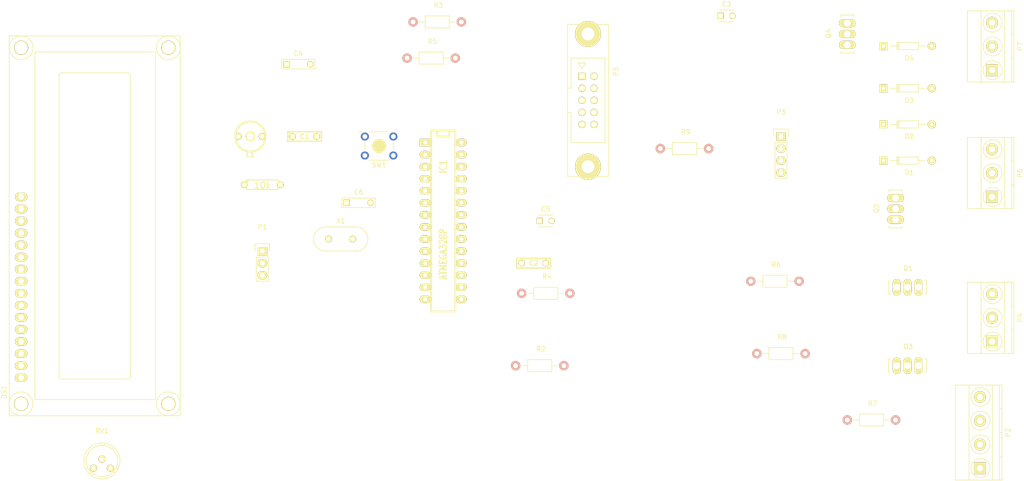
<source format=kicad_pcb>
(kicad_pcb (version 4) (host pcbnew 4.0.2+dfsg1-stable)

  (general
    (links 91)
    (no_connects 91)
    (area 28.24182 21.721 244.419 126.505)
    (thickness 1.6)
    (drawings 0)
    (tracks 0)
    (zones 0)
    (modules 36)
    (nets 43)
  )

  (page A3)
  (layers
    (0 F.Cu signal)
    (31 B.Cu signal)
    (32 B.Adhes user)
    (33 F.Adhes user)
    (34 B.Paste user)
    (35 F.Paste user)
    (36 B.SilkS user)
    (37 F.SilkS user)
    (38 B.Mask user)
    (39 F.Mask user)
    (40 Dwgs.User user)
    (41 Cmts.User user)
    (42 Eco1.User user)
    (43 Eco2.User user)
    (44 Edge.Cuts user)
  )

  (setup
    (last_trace_width 0.254)
    (trace_clearance 0.254)
    (zone_clearance 0.508)
    (zone_45_only no)
    (trace_min 0.254)
    (segment_width 0.2)
    (edge_width 0.15)
    (via_size 0.889)
    (via_drill 0.635)
    (via_min_size 0.889)
    (via_min_drill 0.508)
    (uvia_size 0.508)
    (uvia_drill 0.127)
    (uvias_allowed no)
    (uvia_min_size 0.508)
    (uvia_min_drill 0.127)
    (pcb_text_width 0.3)
    (pcb_text_size 1 1)
    (mod_edge_width 0.15)
    (mod_text_size 1 1)
    (mod_text_width 0.15)
    (pad_size 1 1)
    (pad_drill 0.6)
    (pad_to_mask_clearance 0)
    (aux_axis_origin 0 0)
    (visible_elements FFFFFFBF)
    (pcbplotparams
      (layerselection 0x00030_80000001)
      (usegerberextensions true)
      (excludeedgelayer true)
      (linewidth 0.150000)
      (plotframeref false)
      (viasonmask false)
      (mode 1)
      (useauxorigin false)
      (hpglpennumber 1)
      (hpglpenspeed 20)
      (hpglpendiameter 15)
      (hpglpenoverlay 2)
      (psnegative false)
      (psa4output false)
      (plotreference true)
      (plotvalue true)
      (plotinvisibletext false)
      (padsonsilk false)
      (subtractmaskfromsilk false)
      (outputformat 1)
      (mirror false)
      (drillshape 1)
      (scaleselection 1)
      (outputdirectory ""))
  )

  (net 0 "")
  (net 1 +3V3)
  (net 2 GND)
  (net 3 "Net-(C3-Pad1)")
  (net 4 "Net-(C4-Pad1)")
  (net 5 "Net-(C5-Pad1)")
  (net 6 "Net-(C6-Pad1)")
  (net 7 "Net-(D1-Pad2)")
  (net 8 +12V)
  (net 9 "Net-(D2-Pad2)")
  (net 10 "Net-(D3-Pad2)")
  (net 11 "Net-(D4-Pad2)")
  (net 12 "Net-(DS1-Pad3)")
  (net 13 "Net-(DS1-Pad4)")
  (net 14 "Net-(DS1-Pad6)")
  (net 15 "Net-(DS1-Pad7)")
  (net 16 "Net-(DS1-Pad8)")
  (net 17 "Net-(DS1-Pad9)")
  (net 18 "Net-(DS1-Pad10)")
  (net 19 "Net-(DS1-Pad11)")
  (net 20 "Net-(DS1-Pad12)")
  (net 21 "Net-(DS1-Pad13)")
  (net 22 "Net-(DS1-Pad14)")
  (net 23 "Net-(IC1-Pad2)")
  (net 24 "Net-(IC1-Pad3)")
  (net 25 "Net-(IC1-Pad14)")
  (net 26 RESET)
  (net 27 "Net-(IC1-Pad15)")
  (net 28 "Net-(IC1-Pad16)")
  (net 29 "Net-(IC1-Pad17)")
  (net 30 "Net-(IC1-Pad18)")
  (net 31 "Net-(IC1-Pad19)")
  (net 32 "Net-(IC1-Pad23)")
  (net 33 "Net-(IC1-Pad24)")
  (net 34 "Net-(IC1-Pad25)")
  (net 35 "Net-(IC1-Pad26)")
  (net 36 "Net-(IC1-Pad27)")
  (net 37 "Net-(IC1-Pad28)")
  (net 38 "Net-(P5-Pad3)")
  (net 39 "Net-(Q1-Pad3)")
  (net 40 "Net-(Q2-Pad3)")
  (net 41 "Net-(Q3-Pad3)")
  (net 42 "Net-(Q4-Pad3)")

  (net_class Default "This is the default net class."
    (clearance 0.254)
    (trace_width 0.254)
    (via_dia 0.889)
    (via_drill 0.635)
    (uvia_dia 0.508)
    (uvia_drill 0.127)
    (add_net +12V)
    (add_net +3V3)
    (add_net GND)
    (add_net "Net-(C3-Pad1)")
    (add_net "Net-(C4-Pad1)")
    (add_net "Net-(C5-Pad1)")
    (add_net "Net-(C6-Pad1)")
    (add_net "Net-(D1-Pad2)")
    (add_net "Net-(D2-Pad2)")
    (add_net "Net-(D3-Pad2)")
    (add_net "Net-(D4-Pad2)")
    (add_net "Net-(DS1-Pad10)")
    (add_net "Net-(DS1-Pad11)")
    (add_net "Net-(DS1-Pad12)")
    (add_net "Net-(DS1-Pad13)")
    (add_net "Net-(DS1-Pad14)")
    (add_net "Net-(DS1-Pad3)")
    (add_net "Net-(DS1-Pad4)")
    (add_net "Net-(DS1-Pad6)")
    (add_net "Net-(DS1-Pad7)")
    (add_net "Net-(DS1-Pad8)")
    (add_net "Net-(DS1-Pad9)")
    (add_net "Net-(IC1-Pad14)")
    (add_net "Net-(IC1-Pad15)")
    (add_net "Net-(IC1-Pad16)")
    (add_net "Net-(IC1-Pad17)")
    (add_net "Net-(IC1-Pad18)")
    (add_net "Net-(IC1-Pad19)")
    (add_net "Net-(IC1-Pad2)")
    (add_net "Net-(IC1-Pad23)")
    (add_net "Net-(IC1-Pad24)")
    (add_net "Net-(IC1-Pad25)")
    (add_net "Net-(IC1-Pad26)")
    (add_net "Net-(IC1-Pad27)")
    (add_net "Net-(IC1-Pad28)")
    (add_net "Net-(IC1-Pad3)")
    (add_net "Net-(P5-Pad3)")
    (add_net "Net-(Q1-Pad3)")
    (add_net "Net-(Q2-Pad3)")
    (add_net "Net-(Q3-Pad3)")
    (add_net "Net-(Q4-Pad3)")
    (add_net RESET)
  )

  (module R3 (layer F.Cu) (tedit 4E4C0E65) (tstamp 55687FF1)
    (at 83.82 60.96)
    (descr "Resitance 3 pas")
    (tags R)
    (path /55687B98)
    (autoplace_cost180 10)
    (fp_text reference R1 (at 0 0.127) (layer F.SilkS) hide
      (effects (font (size 1.397 1.27) (thickness 0.2032)))
    )
    (fp_text value 10k (at 0 0.127) (layer F.SilkS)
      (effects (font (size 1.397 1.27) (thickness 0.2032)))
    )
    (fp_line (start -3.81 0) (end -3.302 0) (layer F.SilkS) (width 0.2032))
    (fp_line (start 3.81 0) (end 3.302 0) (layer F.SilkS) (width 0.2032))
    (fp_line (start 3.302 0) (end 3.302 -1.016) (layer F.SilkS) (width 0.2032))
    (fp_line (start 3.302 -1.016) (end -3.302 -1.016) (layer F.SilkS) (width 0.2032))
    (fp_line (start -3.302 -1.016) (end -3.302 1.016) (layer F.SilkS) (width 0.2032))
    (fp_line (start -3.302 1.016) (end 3.302 1.016) (layer F.SilkS) (width 0.2032))
    (fp_line (start 3.302 1.016) (end 3.302 0) (layer F.SilkS) (width 0.2032))
    (fp_line (start -3.302 -0.508) (end -2.794 -1.016) (layer F.SilkS) (width 0.2032))
    (pad 1 thru_hole circle (at -3.81 0) (size 1.397 1.397) (drill 0.8128) (layers *.Cu *.Mask F.SilkS)
      (net 26 RESET))
    (pad 2 thru_hole circle (at 3.81 0) (size 1.397 1.397) (drill 0.8128) (layers *.Cu *.Mask F.SilkS)
      (net 1 +3V3))
    (model discret/resistor.wrl
      (at (xyz 0 0 0))
      (scale (xyz 0.3 0.3 0.3))
      (rotate (xyz 0 0 0))
    )
  )

  (module DIP-28__300_ELL (layer F.Cu) (tedit 200000) (tstamp 55688018)
    (at 121.92 68.58 270)
    (descr "28 pins DIL package, elliptical pads, width 300mil")
    (tags DIL)
    (path /559DA738)
    (fp_text reference IC1 (at -11.43 0 270) (layer F.SilkS)
      (effects (font (size 1.524 1.143) (thickness 0.3048)))
    )
    (fp_text value ATMEGA328P (at 6.985 0 270) (layer F.SilkS)
      (effects (font (size 1.524 1.143) (thickness 0.3048)))
    )
    (fp_line (start -19.05 -2.54) (end 19.05 -2.54) (layer F.SilkS) (width 0.381))
    (fp_line (start 19.05 -2.54) (end 19.05 2.54) (layer F.SilkS) (width 0.381))
    (fp_line (start 19.05 2.54) (end -19.05 2.54) (layer F.SilkS) (width 0.381))
    (fp_line (start -19.05 2.54) (end -19.05 -2.54) (layer F.SilkS) (width 0.381))
    (fp_line (start -19.05 -1.27) (end -17.78 -1.27) (layer F.SilkS) (width 0.381))
    (fp_line (start -17.78 -1.27) (end -17.78 1.27) (layer F.SilkS) (width 0.381))
    (fp_line (start -17.78 1.27) (end -19.05 1.27) (layer F.SilkS) (width 0.381))
    (pad 2 thru_hole oval (at -13.97 3.81 270) (size 1.5748 2.286) (drill 0.8128) (layers *.Cu *.Mask F.SilkS)
      (net 23 "Net-(IC1-Pad2)"))
    (pad 3 thru_hole oval (at -11.43 3.81 270) (size 1.5748 2.286) (drill 0.8128) (layers *.Cu *.Mask F.SilkS)
      (net 24 "Net-(IC1-Pad3)"))
    (pad 4 thru_hole oval (at -8.89 3.81 270) (size 1.5748 2.286) (drill 0.8128) (layers *.Cu *.Mask F.SilkS)
      (net 13 "Net-(DS1-Pad4)"))
    (pad 5 thru_hole oval (at -6.35 3.81 270) (size 1.5748 2.286) (drill 0.8128) (layers *.Cu *.Mask F.SilkS)
      (net 14 "Net-(DS1-Pad6)"))
    (pad 6 thru_hole oval (at -3.81 3.81 270) (size 1.5748 2.286) (drill 0.8128) (layers *.Cu *.Mask F.SilkS)
      (net 19 "Net-(DS1-Pad11)"))
    (pad 7 thru_hole oval (at -1.27 3.81 270) (size 1.5748 2.286) (drill 0.8128) (layers *.Cu *.Mask F.SilkS)
      (net 1 +3V3))
    (pad 8 thru_hole oval (at 1.27 3.81 270) (size 1.5748 2.286) (drill 0.8128) (layers *.Cu *.Mask F.SilkS)
      (net 2 GND))
    (pad 9 thru_hole oval (at 3.81 3.81 270) (size 1.5748 2.286) (drill 0.8128) (layers *.Cu *.Mask F.SilkS)
      (net 3 "Net-(C3-Pad1)"))
    (pad 10 thru_hole oval (at 6.35 3.81 270) (size 1.5748 2.286) (drill 0.8128) (layers *.Cu *.Mask F.SilkS)
      (net 5 "Net-(C5-Pad1)"))
    (pad 11 thru_hole oval (at 8.89 3.81 270) (size 1.5748 2.286) (drill 0.8128) (layers *.Cu *.Mask F.SilkS)
      (net 20 "Net-(DS1-Pad12)"))
    (pad 12 thru_hole oval (at 11.43 3.81 270) (size 1.5748 2.286) (drill 0.8128) (layers *.Cu *.Mask F.SilkS)
      (net 21 "Net-(DS1-Pad13)"))
    (pad 13 thru_hole oval (at 13.97 3.81 270) (size 1.5748 2.286) (drill 0.8128) (layers *.Cu *.Mask F.SilkS)
      (net 22 "Net-(DS1-Pad14)"))
    (pad 14 thru_hole oval (at 16.51 3.81 270) (size 1.5748 2.286) (drill 0.8128) (layers *.Cu *.Mask F.SilkS)
      (net 25 "Net-(IC1-Pad14)"))
    (pad 1 thru_hole rect (at -16.51 3.81 270) (size 1.5748 2.286) (drill 0.8128) (layers *.Cu *.Mask F.SilkS)
      (net 26 RESET))
    (pad 15 thru_hole oval (at 16.51 -3.81 270) (size 1.5748 2.286) (drill 0.8128) (layers *.Cu *.Mask F.SilkS)
      (net 27 "Net-(IC1-Pad15)"))
    (pad 16 thru_hole oval (at 13.97 -3.81 270) (size 1.5748 2.286) (drill 0.8128) (layers *.Cu *.Mask F.SilkS)
      (net 28 "Net-(IC1-Pad16)"))
    (pad 17 thru_hole oval (at 11.43 -3.81 270) (size 1.5748 2.286) (drill 0.8128) (layers *.Cu *.Mask F.SilkS)
      (net 29 "Net-(IC1-Pad17)"))
    (pad 18 thru_hole oval (at 8.89 -3.81 270) (size 1.5748 2.286) (drill 0.8128) (layers *.Cu *.Mask F.SilkS)
      (net 30 "Net-(IC1-Pad18)"))
    (pad 19 thru_hole oval (at 6.35 -3.81 270) (size 1.5748 2.286) (drill 0.8128) (layers *.Cu *.Mask F.SilkS)
      (net 31 "Net-(IC1-Pad19)"))
    (pad 20 thru_hole oval (at 3.81 -3.81 270) (size 1.5748 2.286) (drill 0.8128) (layers *.Cu *.Mask F.SilkS)
      (net 4 "Net-(C4-Pad1)"))
    (pad 21 thru_hole oval (at 1.27 -3.81 270) (size 1.5748 2.286) (drill 0.8128) (layers *.Cu *.Mask F.SilkS)
      (net 6 "Net-(C6-Pad1)"))
    (pad 22 thru_hole oval (at -1.27 -3.81 270) (size 1.5748 2.286) (drill 0.8128) (layers *.Cu *.Mask F.SilkS)
      (net 2 GND))
    (pad 23 thru_hole oval (at -3.81 -3.81 270) (size 1.5748 2.286) (drill 0.8128) (layers *.Cu *.Mask F.SilkS)
      (net 32 "Net-(IC1-Pad23)"))
    (pad 24 thru_hole oval (at -6.35 -3.81 270) (size 1.5748 2.286) (drill 0.8128) (layers *.Cu *.Mask F.SilkS)
      (net 33 "Net-(IC1-Pad24)"))
    (pad 25 thru_hole oval (at -8.89 -3.81 270) (size 1.5748 2.286) (drill 0.8128) (layers *.Cu *.Mask F.SilkS)
      (net 34 "Net-(IC1-Pad25)"))
    (pad 26 thru_hole oval (at -11.43 -3.81 270) (size 1.5748 2.286) (drill 0.8128) (layers *.Cu *.Mask F.SilkS)
      (net 35 "Net-(IC1-Pad26)"))
    (pad 27 thru_hole oval (at -13.97 -3.81 270) (size 1.5748 2.286) (drill 0.8128) (layers *.Cu *.Mask F.SilkS)
      (net 36 "Net-(IC1-Pad27)"))
    (pad 28 thru_hole oval (at -16.51 -3.81 270) (size 1.5748 2.286) (drill 0.8128) (layers *.Cu *.Mask F.SilkS)
      (net 37 "Net-(IC1-Pad28)"))
    (model dil/dil_28-w300.wrl
      (at (xyz 0 0 0))
      (scale (xyz 1 1 1))
      (rotate (xyz 0 0 0))
    )
  )

  (module CV3-30PF (layer F.Cu) (tedit 556880B7) (tstamp 55688020)
    (at 81.28 50.8)
    (descr "Condensateur ajustable miniature")
    (tags "C DEV")
    (path /556877A1)
    (fp_text reference L1 (at 0 3.81) (layer F.SilkS)
      (effects (font (size 1.016 1.016) (thickness 0.2032)))
    )
    (fp_text value 120uH (at 0 4.445) (layer F.SilkS) hide
      (effects (font (size 1.016 1.016) (thickness 0.2032)))
    )
    (fp_circle (center 0 0) (end 3.175 0) (layer F.SilkS) (width 0.381))
    (fp_circle (center 0 0) (end 0.635 0.635) (layer F.SilkS) (width 0.381))
    (pad 1 thru_hole circle (at 2.54 0) (size 1.524 1.524) (drill 0.8128) (layers *.Cu *.Mask F.SilkS)
      (net 1 +3V3))
    (pad 2 thru_hole circle (at -2.54 0) (size 1.524 1.524) (drill 0.8128) (layers *.Cu *.Mask F.SilkS)
      (net 4 "Net-(C4-Pad1)"))
  )

  (module C2 (layer F.Cu) (tedit 200000) (tstamp 5568802B)
    (at 92.71 50.8)
    (descr "Condensateur = 2 pas")
    (tags C)
    (path /55687B89)
    (fp_text reference C1 (at 0 0) (layer F.SilkS)
      (effects (font (size 1.016 1.016) (thickness 0.2032)))
    )
    (fp_text value 47uF (at 0 0) (layer F.SilkS) hide
      (effects (font (size 1.016 1.016) (thickness 0.2032)))
    )
    (fp_line (start -3.556 -1.016) (end 3.556 -1.016) (layer F.SilkS) (width 0.3048))
    (fp_line (start 3.556 -1.016) (end 3.556 1.016) (layer F.SilkS) (width 0.3048))
    (fp_line (start 3.556 1.016) (end -3.556 1.016) (layer F.SilkS) (width 0.3048))
    (fp_line (start -3.556 1.016) (end -3.556 -1.016) (layer F.SilkS) (width 0.3048))
    (fp_line (start -3.556 -0.508) (end -3.048 -1.016) (layer F.SilkS) (width 0.3048))
    (pad 1 thru_hole circle (at -2.54 0) (size 1.397 1.397) (drill 0.8128) (layers *.Cu *.Mask F.SilkS)
      (net 1 +3V3))
    (pad 2 thru_hole circle (at 2.54 0) (size 1.397 1.397) (drill 0.8128) (layers *.Cu *.Mask F.SilkS)
      (net 2 GND))
    (model discret/capa_2pas_5x5mm.wrl
      (at (xyz 0 0 0))
      (scale (xyz 1 1 1))
      (rotate (xyz 0 0 0))
    )
  )

  (module C2 (layer F.Cu) (tedit 200000) (tstamp 55688036)
    (at 140.97 77.47)
    (descr "Condensateur = 2 pas")
    (tags C)
    (path /559DA067)
    (fp_text reference C2 (at 0 0) (layer F.SilkS)
      (effects (font (size 1.016 1.016) (thickness 0.2032)))
    )
    (fp_text value 100n (at 0 0) (layer F.SilkS) hide
      (effects (font (size 1.016 1.016) (thickness 0.2032)))
    )
    (fp_line (start -3.556 -1.016) (end 3.556 -1.016) (layer F.SilkS) (width 0.3048))
    (fp_line (start 3.556 -1.016) (end 3.556 1.016) (layer F.SilkS) (width 0.3048))
    (fp_line (start 3.556 1.016) (end -3.556 1.016) (layer F.SilkS) (width 0.3048))
    (fp_line (start -3.556 1.016) (end -3.556 -1.016) (layer F.SilkS) (width 0.3048))
    (fp_line (start -3.556 -0.508) (end -3.048 -1.016) (layer F.SilkS) (width 0.3048))
    (pad 1 thru_hole circle (at -2.54 0) (size 1.397 1.397) (drill 0.8128) (layers *.Cu *.Mask F.SilkS)
      (net 1 +3V3))
    (pad 2 thru_hole circle (at 2.54 0) (size 1.397 1.397) (drill 0.8128) (layers *.Cu *.Mask F.SilkS)
      (net 2 GND))
    (model discret/capa_2pas_5x5mm.wrl
      (at (xyz 0 0 0))
      (scale (xyz 1 1 1))
      (rotate (xyz 0 0 0))
    )
  )

  (module Capacitors_ThroughHole:C_Disc_D3_P2.5 (layer F.Cu) (tedit 0) (tstamp 58606875)
    (at 180.34 25.4)
    (descr "Capacitor 3mm Disc, Pitch 2.5mm")
    (tags Capacitor)
    (path /559DAE1E)
    (fp_text reference C3 (at 1.25 -2.5) (layer F.SilkS)
      (effects (font (size 1 1) (thickness 0.15)))
    )
    (fp_text value 12...22pF (at 1.25 2.5) (layer F.Fab)
      (effects (font (size 1 1) (thickness 0.15)))
    )
    (fp_line (start -0.9 -1.5) (end 3.4 -1.5) (layer F.CrtYd) (width 0.05))
    (fp_line (start 3.4 -1.5) (end 3.4 1.5) (layer F.CrtYd) (width 0.05))
    (fp_line (start 3.4 1.5) (end -0.9 1.5) (layer F.CrtYd) (width 0.05))
    (fp_line (start -0.9 1.5) (end -0.9 -1.5) (layer F.CrtYd) (width 0.05))
    (fp_line (start -0.25 -1.25) (end 2.75 -1.25) (layer F.SilkS) (width 0.15))
    (fp_line (start 2.75 1.25) (end -0.25 1.25) (layer F.SilkS) (width 0.15))
    (pad 1 thru_hole rect (at 0 0) (size 1.3 1.3) (drill 0.8) (layers *.Cu *.Mask F.SilkS)
      (net 3 "Net-(C3-Pad1)"))
    (pad 2 thru_hole circle (at 2.5 0) (size 1.3 1.3) (drill 0.8001) (layers *.Cu *.Mask F.SilkS)
      (net 2 GND))
    (model Capacitors_ThroughHole.3dshapes/C_Disc_D3_P2.5.wrl
      (at (xyz 0.0492126 0 0))
      (scale (xyz 1 1 1))
      (rotate (xyz 0 0 0))
    )
  )

  (module Capacitors_ThroughHole:C_Rect_L7_W2_P5 (layer F.Cu) (tedit 0) (tstamp 5860687B)
    (at 88.9 35.56)
    (descr "Film Capacitor Length 7 x Width 2mm, Pitch 5mm")
    (tags Capacitor)
    (path /559D9FB7)
    (fp_text reference C4 (at 2.5 -2.25) (layer F.SilkS)
      (effects (font (size 1 1) (thickness 0.15)))
    )
    (fp_text value 100n (at 2.5 2.5) (layer F.Fab)
      (effects (font (size 1 1) (thickness 0.15)))
    )
    (fp_line (start -1.25 -1.25) (end 6.25 -1.25) (layer F.CrtYd) (width 0.05))
    (fp_line (start 6.25 -1.25) (end 6.25 1.25) (layer F.CrtYd) (width 0.05))
    (fp_line (start 6.25 1.25) (end -1.25 1.25) (layer F.CrtYd) (width 0.05))
    (fp_line (start -1.25 1.25) (end -1.25 -1.25) (layer F.CrtYd) (width 0.05))
    (fp_line (start -1 -1) (end 6 -1) (layer F.SilkS) (width 0.15))
    (fp_line (start 6 -1) (end 6 1) (layer F.SilkS) (width 0.15))
    (fp_line (start 6 1) (end -1 1) (layer F.SilkS) (width 0.15))
    (fp_line (start -1 1) (end -1 -1) (layer F.SilkS) (width 0.15))
    (pad 1 thru_hole rect (at 0 0) (size 1.3 1.3) (drill 0.8) (layers *.Cu *.Mask F.SilkS)
      (net 4 "Net-(C4-Pad1)"))
    (pad 2 thru_hole circle (at 5 0) (size 1.3 1.3) (drill 0.8) (layers *.Cu *.Mask F.SilkS)
      (net 2 GND))
    (model Capacitors_ThroughHole.3dshapes/C_Rect_L7_W2_P5.wrl
      (at (xyz 0.098425 0 0))
      (scale (xyz 1 1 1))
      (rotate (xyz 0 0 0))
    )
  )

  (module Capacitors_ThroughHole:C_Disc_D3_P2.5 (layer F.Cu) (tedit 0) (tstamp 58606881)
    (at 142.24 68.58)
    (descr "Capacitor 3mm Disc, Pitch 2.5mm")
    (tags Capacitor)
    (path /559DAE24)
    (fp_text reference C5 (at 1.25 -2.5) (layer F.SilkS)
      (effects (font (size 1 1) (thickness 0.15)))
    )
    (fp_text value 12...22pF (at 1.25 2.5) (layer F.Fab)
      (effects (font (size 1 1) (thickness 0.15)))
    )
    (fp_line (start -0.9 -1.5) (end 3.4 -1.5) (layer F.CrtYd) (width 0.05))
    (fp_line (start 3.4 -1.5) (end 3.4 1.5) (layer F.CrtYd) (width 0.05))
    (fp_line (start 3.4 1.5) (end -0.9 1.5) (layer F.CrtYd) (width 0.05))
    (fp_line (start -0.9 1.5) (end -0.9 -1.5) (layer F.CrtYd) (width 0.05))
    (fp_line (start -0.25 -1.25) (end 2.75 -1.25) (layer F.SilkS) (width 0.15))
    (fp_line (start 2.75 1.25) (end -0.25 1.25) (layer F.SilkS) (width 0.15))
    (pad 1 thru_hole rect (at 0 0) (size 1.3 1.3) (drill 0.8) (layers *.Cu *.Mask F.SilkS)
      (net 5 "Net-(C5-Pad1)"))
    (pad 2 thru_hole circle (at 2.5 0) (size 1.3 1.3) (drill 0.8001) (layers *.Cu *.Mask F.SilkS)
      (net 2 GND))
    (model Capacitors_ThroughHole.3dshapes/C_Disc_D3_P2.5.wrl
      (at (xyz 0.0492126 0 0))
      (scale (xyz 1 1 1))
      (rotate (xyz 0 0 0))
    )
  )

  (module Capacitors_ThroughHole:C_Rect_L7_W2_P5 (layer F.Cu) (tedit 0) (tstamp 58606887)
    (at 101.6 64.77)
    (descr "Film Capacitor Length 7 x Width 2mm, Pitch 5mm")
    (tags Capacitor)
    (path /55687BF1)
    (fp_text reference C6 (at 2.5 -2.25) (layer F.SilkS)
      (effects (font (size 1 1) (thickness 0.15)))
    )
    (fp_text value 100n (at 2.5 2.5) (layer F.Fab)
      (effects (font (size 1 1) (thickness 0.15)))
    )
    (fp_line (start -1.25 -1.25) (end 6.25 -1.25) (layer F.CrtYd) (width 0.05))
    (fp_line (start 6.25 -1.25) (end 6.25 1.25) (layer F.CrtYd) (width 0.05))
    (fp_line (start 6.25 1.25) (end -1.25 1.25) (layer F.CrtYd) (width 0.05))
    (fp_line (start -1.25 1.25) (end -1.25 -1.25) (layer F.CrtYd) (width 0.05))
    (fp_line (start -1 -1) (end 6 -1) (layer F.SilkS) (width 0.15))
    (fp_line (start 6 -1) (end 6 1) (layer F.SilkS) (width 0.15))
    (fp_line (start 6 1) (end -1 1) (layer F.SilkS) (width 0.15))
    (fp_line (start -1 1) (end -1 -1) (layer F.SilkS) (width 0.15))
    (pad 1 thru_hole rect (at 0 0) (size 1.3 1.3) (drill 0.8) (layers *.Cu *.Mask F.SilkS)
      (net 6 "Net-(C6-Pad1)"))
    (pad 2 thru_hole circle (at 5 0) (size 1.3 1.3) (drill 0.8) (layers *.Cu *.Mask F.SilkS)
      (net 2 GND))
    (model Capacitors_ThroughHole.3dshapes/C_Rect_L7_W2_P5.wrl
      (at (xyz 0.098425 0 0))
      (scale (xyz 1 1 1))
      (rotate (xyz 0 0 0))
    )
  )

  (module Diodes_ThroughHole:Diode_DO-35_SOD27_Horizontal_RM10 (layer F.Cu) (tedit 552FFC30) (tstamp 5860688D)
    (at 214.63 55.88)
    (descr "Diode, DO-35,  SOD27, Horizontal, RM 10mm")
    (tags "Diode, DO-35, SOD27, Horizontal, RM 10mm, 1N4148,")
    (path /58608EDB)
    (fp_text reference D1 (at 5.43052 2.53746) (layer F.SilkS)
      (effects (font (size 1 1) (thickness 0.15)))
    )
    (fp_text value D (at 4.41452 -3.55854) (layer F.Fab)
      (effects (font (size 1 1) (thickness 0.15)))
    )
    (fp_line (start 7.36652 -0.00254) (end 8.76352 -0.00254) (layer F.SilkS) (width 0.15))
    (fp_line (start 2.92152 -0.00254) (end 1.39752 -0.00254) (layer F.SilkS) (width 0.15))
    (fp_line (start 3.30252 -0.76454) (end 3.30252 0.75946) (layer F.SilkS) (width 0.15))
    (fp_line (start 3.04852 -0.76454) (end 3.04852 0.75946) (layer F.SilkS) (width 0.15))
    (fp_line (start 2.79452 -0.00254) (end 2.79452 0.75946) (layer F.SilkS) (width 0.15))
    (fp_line (start 2.79452 0.75946) (end 7.36652 0.75946) (layer F.SilkS) (width 0.15))
    (fp_line (start 7.36652 0.75946) (end 7.36652 -0.76454) (layer F.SilkS) (width 0.15))
    (fp_line (start 7.36652 -0.76454) (end 2.79452 -0.76454) (layer F.SilkS) (width 0.15))
    (fp_line (start 2.79452 -0.76454) (end 2.79452 -0.00254) (layer F.SilkS) (width 0.15))
    (pad 2 thru_hole circle (at 10.16052 -0.00254 180) (size 1.69926 1.69926) (drill 0.70104) (layers *.Cu *.Mask F.SilkS)
      (net 7 "Net-(D1-Pad2)"))
    (pad 1 thru_hole rect (at 0.00052 -0.00254 180) (size 1.69926 1.69926) (drill 0.70104) (layers *.Cu *.Mask F.SilkS)
      (net 8 +12V))
    (model Diodes_ThroughHole.3dshapes/Diode_DO-35_SOD27_Horizontal_RM10.wrl
      (at (xyz 0.2 0 0))
      (scale (xyz 0.4 0.4 0.4))
      (rotate (xyz 0 0 180))
    )
  )

  (module Diodes_ThroughHole:Diode_DO-35_SOD27_Horizontal_RM10 (layer F.Cu) (tedit 552FFC30) (tstamp 58606893)
    (at 214.63 48.26)
    (descr "Diode, DO-35,  SOD27, Horizontal, RM 10mm")
    (tags "Diode, DO-35, SOD27, Horizontal, RM 10mm, 1N4148,")
    (path /586050C8)
    (fp_text reference D2 (at 5.43052 2.53746) (layer F.SilkS)
      (effects (font (size 1 1) (thickness 0.15)))
    )
    (fp_text value D (at 4.41452 -3.55854) (layer F.Fab)
      (effects (font (size 1 1) (thickness 0.15)))
    )
    (fp_line (start 7.36652 -0.00254) (end 8.76352 -0.00254) (layer F.SilkS) (width 0.15))
    (fp_line (start 2.92152 -0.00254) (end 1.39752 -0.00254) (layer F.SilkS) (width 0.15))
    (fp_line (start 3.30252 -0.76454) (end 3.30252 0.75946) (layer F.SilkS) (width 0.15))
    (fp_line (start 3.04852 -0.76454) (end 3.04852 0.75946) (layer F.SilkS) (width 0.15))
    (fp_line (start 2.79452 -0.00254) (end 2.79452 0.75946) (layer F.SilkS) (width 0.15))
    (fp_line (start 2.79452 0.75946) (end 7.36652 0.75946) (layer F.SilkS) (width 0.15))
    (fp_line (start 7.36652 0.75946) (end 7.36652 -0.76454) (layer F.SilkS) (width 0.15))
    (fp_line (start 7.36652 -0.76454) (end 2.79452 -0.76454) (layer F.SilkS) (width 0.15))
    (fp_line (start 2.79452 -0.76454) (end 2.79452 -0.00254) (layer F.SilkS) (width 0.15))
    (pad 2 thru_hole circle (at 10.16052 -0.00254 180) (size 1.69926 1.69926) (drill 0.70104) (layers *.Cu *.Mask F.SilkS)
      (net 9 "Net-(D2-Pad2)"))
    (pad 1 thru_hole rect (at 0.00052 -0.00254 180) (size 1.69926 1.69926) (drill 0.70104) (layers *.Cu *.Mask F.SilkS)
      (net 8 +12V))
    (model Diodes_ThroughHole.3dshapes/Diode_DO-35_SOD27_Horizontal_RM10.wrl
      (at (xyz 0.2 0 0))
      (scale (xyz 0.4 0.4 0.4))
      (rotate (xyz 0 0 180))
    )
  )

  (module Diodes_ThroughHole:Diode_DO-35_SOD27_Horizontal_RM10 (layer F.Cu) (tedit 552FFC30) (tstamp 58606899)
    (at 214.63 40.64)
    (descr "Diode, DO-35,  SOD27, Horizontal, RM 10mm")
    (tags "Diode, DO-35, SOD27, Horizontal, RM 10mm, 1N4148,")
    (path /58608EE1)
    (fp_text reference D3 (at 5.43052 2.53746) (layer F.SilkS)
      (effects (font (size 1 1) (thickness 0.15)))
    )
    (fp_text value D (at 4.41452 -3.55854) (layer F.Fab)
      (effects (font (size 1 1) (thickness 0.15)))
    )
    (fp_line (start 7.36652 -0.00254) (end 8.76352 -0.00254) (layer F.SilkS) (width 0.15))
    (fp_line (start 2.92152 -0.00254) (end 1.39752 -0.00254) (layer F.SilkS) (width 0.15))
    (fp_line (start 3.30252 -0.76454) (end 3.30252 0.75946) (layer F.SilkS) (width 0.15))
    (fp_line (start 3.04852 -0.76454) (end 3.04852 0.75946) (layer F.SilkS) (width 0.15))
    (fp_line (start 2.79452 -0.00254) (end 2.79452 0.75946) (layer F.SilkS) (width 0.15))
    (fp_line (start 2.79452 0.75946) (end 7.36652 0.75946) (layer F.SilkS) (width 0.15))
    (fp_line (start 7.36652 0.75946) (end 7.36652 -0.76454) (layer F.SilkS) (width 0.15))
    (fp_line (start 7.36652 -0.76454) (end 2.79452 -0.76454) (layer F.SilkS) (width 0.15))
    (fp_line (start 2.79452 -0.76454) (end 2.79452 -0.00254) (layer F.SilkS) (width 0.15))
    (pad 2 thru_hole circle (at 10.16052 -0.00254 180) (size 1.69926 1.69926) (drill 0.70104) (layers *.Cu *.Mask F.SilkS)
      (net 10 "Net-(D3-Pad2)"))
    (pad 1 thru_hole rect (at 0.00052 -0.00254 180) (size 1.69926 1.69926) (drill 0.70104) (layers *.Cu *.Mask F.SilkS)
      (net 8 +12V))
    (model Diodes_ThroughHole.3dshapes/Diode_DO-35_SOD27_Horizontal_RM10.wrl
      (at (xyz 0.2 0 0))
      (scale (xyz 0.4 0.4 0.4))
      (rotate (xyz 0 0 180))
    )
  )

  (module Diodes_ThroughHole:Diode_DO-35_SOD27_Horizontal_RM10 (layer F.Cu) (tedit 552FFC30) (tstamp 5860689F)
    (at 214.63 31.75)
    (descr "Diode, DO-35,  SOD27, Horizontal, RM 10mm")
    (tags "Diode, DO-35, SOD27, Horizontal, RM 10mm, 1N4148,")
    (path /5860524B)
    (fp_text reference D4 (at 5.43052 2.53746) (layer F.SilkS)
      (effects (font (size 1 1) (thickness 0.15)))
    )
    (fp_text value D (at 4.41452 -3.55854) (layer F.Fab)
      (effects (font (size 1 1) (thickness 0.15)))
    )
    (fp_line (start 7.36652 -0.00254) (end 8.76352 -0.00254) (layer F.SilkS) (width 0.15))
    (fp_line (start 2.92152 -0.00254) (end 1.39752 -0.00254) (layer F.SilkS) (width 0.15))
    (fp_line (start 3.30252 -0.76454) (end 3.30252 0.75946) (layer F.SilkS) (width 0.15))
    (fp_line (start 3.04852 -0.76454) (end 3.04852 0.75946) (layer F.SilkS) (width 0.15))
    (fp_line (start 2.79452 -0.00254) (end 2.79452 0.75946) (layer F.SilkS) (width 0.15))
    (fp_line (start 2.79452 0.75946) (end 7.36652 0.75946) (layer F.SilkS) (width 0.15))
    (fp_line (start 7.36652 0.75946) (end 7.36652 -0.76454) (layer F.SilkS) (width 0.15))
    (fp_line (start 7.36652 -0.76454) (end 2.79452 -0.76454) (layer F.SilkS) (width 0.15))
    (fp_line (start 2.79452 -0.76454) (end 2.79452 -0.00254) (layer F.SilkS) (width 0.15))
    (pad 2 thru_hole circle (at 10.16052 -0.00254 180) (size 1.69926 1.69926) (drill 0.70104) (layers *.Cu *.Mask F.SilkS)
      (net 11 "Net-(D4-Pad2)"))
    (pad 1 thru_hole rect (at 0.00052 -0.00254 180) (size 1.69926 1.69926) (drill 0.70104) (layers *.Cu *.Mask F.SilkS)
      (net 8 +12V))
    (model Diodes_ThroughHole.3dshapes/Diode_DO-35_SOD27_Horizontal_RM10.wrl
      (at (xyz 0.2 0 0))
      (scale (xyz 0.4 0.4 0.4))
      (rotate (xyz 0 0 180))
    )
  )

  (module Display:WC1602A (layer F.Cu) (tedit 0) (tstamp 586068B7)
    (at 33.02 101.6 90)
    (descr http://www.kamami.pl/dl/wc1602a0.pdf)
    (tags "LCD 16x2 Alphanumeric 16pin")
    (path /5860200C)
    (fp_text reference DS1 (at -2.99974 -3.59918 90) (layer F.SilkS)
      (effects (font (size 1 1) (thickness 0.15)))
    )
    (fp_text value LCD-016N002L (at 31.99892 15.49908 90) (layer F.Fab)
      (effects (font (size 1 1) (thickness 0.15)))
    )
    (fp_line (start 0.20066 8.001) (end 63.70066 8.001) (layer F.SilkS) (width 0.15))
    (fp_line (start -0.29972 22.49932) (end -0.29972 8.49884) (layer F.SilkS) (width 0.15))
    (fp_line (start 63.70066 22.9997) (end 0.20066 22.9997) (layer F.SilkS) (width 0.15))
    (fp_line (start 64.20104 8.49884) (end 64.20104 22.49932) (layer F.SilkS) (width 0.15))
    (fp_arc (start 63.70066 8.49884) (end 63.70066 8.001) (angle 90) (layer F.SilkS) (width 0.15))
    (fp_arc (start 63.70066 22.49932) (end 64.20104 22.49932) (angle 90) (layer F.SilkS) (width 0.15))
    (fp_arc (start 0.20066 22.49932) (end 0.20066 22.9997) (angle 90) (layer F.SilkS) (width 0.15))
    (fp_arc (start 0.20066 8.49884) (end -0.29972 8.49884) (angle 90) (layer F.SilkS) (width 0.15))
    (fp_line (start -4.59994 2.90068) (end 68.60032 2.90068) (layer F.SilkS) (width 0.15))
    (fp_line (start 68.60032 2.90068) (end 68.60032 28.30068) (layer F.SilkS) (width 0.15))
    (fp_line (start 68.60032 28.30068) (end -4.59994 28.30068) (layer F.SilkS) (width 0.15))
    (fp_line (start -4.59994 28.30068) (end -4.59994 2.90068) (layer F.SilkS) (width 0.15))
    (fp_circle (center 69.49948 0) (end 71.99884 0) (layer F.SilkS) (width 0.15))
    (fp_circle (center 69.49948 31.0007) (end 71.99884 31.0007) (layer F.SilkS) (width 0.15))
    (fp_circle (center -5.4991 31.0007) (end -8.001 31.0007) (layer F.SilkS) (width 0.15))
    (fp_circle (center -5.4991 0) (end -2.99974 0) (layer F.SilkS) (width 0.15))
    (fp_line (start -8.001 -2.49936) (end 71.99884 -2.49936) (layer F.SilkS) (width 0.15))
    (fp_line (start 71.99884 -2.49936) (end 71.99884 33.50006) (layer F.SilkS) (width 0.15))
    (fp_line (start 71.99884 33.50006) (end -8.001 33.50006) (layer F.SilkS) (width 0.15))
    (fp_line (start -8.001 33.50006) (end -8.001 -2.49936) (layer F.SilkS) (width 0.15))
    (pad 1 thru_hole oval (at 0 0 90) (size 1.8 2.6) (drill 1.2) (layers *.Cu *.Mask F.SilkS)
      (net 2 GND))
    (pad 2 thru_hole oval (at 2.54 0 90) (size 1.8 2.6) (drill 1.2) (layers *.Cu *.Mask F.SilkS)
      (net 1 +3V3))
    (pad 3 thru_hole oval (at 5.08 0 90) (size 1.8 2.6) (drill 1.2) (layers *.Cu *.Mask F.SilkS)
      (net 12 "Net-(DS1-Pad3)"))
    (pad 4 thru_hole oval (at 7.62 0 90) (size 1.8 2.6) (drill 1.2) (layers *.Cu *.Mask F.SilkS)
      (net 13 "Net-(DS1-Pad4)"))
    (pad 5 thru_hole oval (at 10.16 0 90) (size 1.8 2.6) (drill 1.2) (layers *.Cu *.Mask F.SilkS)
      (net 2 GND))
    (pad 6 thru_hole oval (at 12.7 0 90) (size 1.8 2.6) (drill 1.2) (layers *.Cu *.Mask F.SilkS)
      (net 14 "Net-(DS1-Pad6)"))
    (pad 7 thru_hole oval (at 15.24 0 90) (size 1.8 2.6) (drill 1.2) (layers *.Cu *.Mask F.SilkS)
      (net 15 "Net-(DS1-Pad7)"))
    (pad 8 thru_hole oval (at 17.78 0 90) (size 1.8 2.6) (drill 1.2) (layers *.Cu *.Mask F.SilkS)
      (net 16 "Net-(DS1-Pad8)"))
    (pad 9 thru_hole oval (at 20.32 0 90) (size 1.8 2.6) (drill 1.2) (layers *.Cu *.Mask F.SilkS)
      (net 17 "Net-(DS1-Pad9)"))
    (pad 10 thru_hole oval (at 22.86 0 90) (size 1.8 2.6) (drill 1.2) (layers *.Cu *.Mask F.SilkS)
      (net 18 "Net-(DS1-Pad10)"))
    (pad 11 thru_hole oval (at 25.4 0 90) (size 1.8 2.6) (drill 1.2) (layers *.Cu *.Mask F.SilkS)
      (net 19 "Net-(DS1-Pad11)"))
    (pad 12 thru_hole oval (at 27.94 0 90) (size 1.8 2.6) (drill 1.2) (layers *.Cu *.Mask F.SilkS)
      (net 20 "Net-(DS1-Pad12)"))
    (pad 13 thru_hole oval (at 30.48 0 90) (size 1.8 2.6) (drill 1.2) (layers *.Cu *.Mask F.SilkS)
      (net 21 "Net-(DS1-Pad13)"))
    (pad 14 thru_hole oval (at 33.02 0 90) (size 1.8 2.6) (drill 1.2) (layers *.Cu *.Mask F.SilkS)
      (net 22 "Net-(DS1-Pad14)"))
    (pad 15 thru_hole oval (at 35.56 0 90) (size 1.8 2.6) (drill 1.2) (layers *.Cu *.Mask F.SilkS)
      (net 1 +3V3))
    (pad 16 thru_hole oval (at 38.1 0 90) (size 1.8 2.6) (drill 1.2) (layers *.Cu *.Mask F.SilkS)
      (net 2 GND))
    (pad 0 thru_hole circle (at -5.4991 0 90) (size 3 3) (drill 2.5) (layers *.Cu *.Mask F.SilkS))
    (pad 0 thru_hole circle (at -5.4991 31.0007 90) (size 3 3) (drill 2.5) (layers *.Cu *.Mask F.SilkS))
    (pad 0 thru_hole circle (at 69.49948 31.0007 90) (size 3 3) (drill 2.5) (layers *.Cu *.Mask F.SilkS))
    (pad 0 thru_hole circle (at 69.49948 0 90) (size 3 3) (drill 2.5) (layers *.Cu *.Mask F.SilkS))
  )

  (module Pin_Headers:Pin_Header_Straight_1x03 (layer F.Cu) (tedit 0) (tstamp 586068BE)
    (at 83.82 74.93)
    (descr "Through hole pin header")
    (tags "pin header")
    (path /559DB521)
    (fp_text reference P1 (at 0 -5.1) (layer F.SilkS)
      (effects (font (size 1 1) (thickness 0.15)))
    )
    (fp_text value UART (at 0 -3.1) (layer F.Fab)
      (effects (font (size 1 1) (thickness 0.15)))
    )
    (fp_line (start -1.75 -1.75) (end -1.75 6.85) (layer F.CrtYd) (width 0.05))
    (fp_line (start 1.75 -1.75) (end 1.75 6.85) (layer F.CrtYd) (width 0.05))
    (fp_line (start -1.75 -1.75) (end 1.75 -1.75) (layer F.CrtYd) (width 0.05))
    (fp_line (start -1.75 6.85) (end 1.75 6.85) (layer F.CrtYd) (width 0.05))
    (fp_line (start -1.27 1.27) (end -1.27 6.35) (layer F.SilkS) (width 0.15))
    (fp_line (start -1.27 6.35) (end 1.27 6.35) (layer F.SilkS) (width 0.15))
    (fp_line (start 1.27 6.35) (end 1.27 1.27) (layer F.SilkS) (width 0.15))
    (fp_line (start 1.55 -1.55) (end 1.55 0) (layer F.SilkS) (width 0.15))
    (fp_line (start 1.27 1.27) (end -1.27 1.27) (layer F.SilkS) (width 0.15))
    (fp_line (start -1.55 0) (end -1.55 -1.55) (layer F.SilkS) (width 0.15))
    (fp_line (start -1.55 -1.55) (end 1.55 -1.55) (layer F.SilkS) (width 0.15))
    (pad 1 thru_hole rect (at 0 0) (size 2.032 1.7272) (drill 1.016) (layers *.Cu *.Mask F.SilkS)
      (net 23 "Net-(IC1-Pad2)"))
    (pad 2 thru_hole oval (at 0 2.54) (size 2.032 1.7272) (drill 1.016) (layers *.Cu *.Mask F.SilkS)
      (net 24 "Net-(IC1-Pad3)"))
    (pad 3 thru_hole oval (at 0 5.08) (size 2.032 1.7272) (drill 1.016) (layers *.Cu *.Mask F.SilkS)
      (net 2 GND))
    (model Pin_Headers.3dshapes/Pin_Header_Straight_1x03.wrl
      (at (xyz 0 -0.1 0))
      (scale (xyz 1 1 1))
      (rotate (xyz 0 0 90))
    )
  )

  (module Terminal_Blocks:TerminalBlock_Pheonix_MKDS1.5-4pol (layer F.Cu) (tedit 56300847) (tstamp 586068C6)
    (at 234.95 120.65 90)
    (descr "4-way 5mm pitch terminal block, Phoenix MKDS series")
    (path /58614172)
    (fp_text reference P2 (at 7.5 5.9 90) (layer F.SilkS)
      (effects (font (size 1 1) (thickness 0.15)))
    )
    (fp_text value COUNTERS (at 7.5 -6.6 90) (layer F.Fab)
      (effects (font (size 1 1) (thickness 0.15)))
    )
    (fp_line (start -2.7 -5.4) (end 17.7 -5.4) (layer F.CrtYd) (width 0.05))
    (fp_line (start -2.7 4.8) (end -2.7 -5.4) (layer F.CrtYd) (width 0.05))
    (fp_line (start 17.7 4.8) (end -2.7 4.8) (layer F.CrtYd) (width 0.05))
    (fp_line (start 17.7 -5.4) (end 17.7 4.8) (layer F.CrtYd) (width 0.05))
    (fp_line (start 12.5 4.1) (end 12.5 4.6) (layer F.SilkS) (width 0.15))
    (fp_circle (center 15 0.1) (end 13 0.1) (layer F.SilkS) (width 0.15))
    (fp_circle (center 10 0.1) (end 8 0.1) (layer F.SilkS) (width 0.15))
    (fp_line (start 7.5 4.1) (end 7.5 4.6) (layer F.SilkS) (width 0.15))
    (fp_line (start 2.5 4.1) (end 2.5 4.6) (layer F.SilkS) (width 0.15))
    (fp_circle (center 5 0.1) (end 3 0.1) (layer F.SilkS) (width 0.15))
    (fp_circle (center 0 0.1) (end 2 0.1) (layer F.SilkS) (width 0.15))
    (fp_line (start -2.5 2.6) (end 17.5 2.6) (layer F.SilkS) (width 0.15))
    (fp_line (start -2.5 -2.3) (end 17.5 -2.3) (layer F.SilkS) (width 0.15))
    (fp_line (start -2.5 4.1) (end 17.5 4.1) (layer F.SilkS) (width 0.15))
    (fp_line (start -2.5 4.6) (end 17.5 4.6) (layer F.SilkS) (width 0.15))
    (fp_line (start 17.5 4.6) (end 17.5 -5.2) (layer F.SilkS) (width 0.15))
    (fp_line (start 17.5 -5.2) (end -2.5 -5.2) (layer F.SilkS) (width 0.15))
    (fp_line (start -2.5 -5.2) (end -2.5 4.6) (layer F.SilkS) (width 0.15))
    (pad 4 thru_hole circle (at 15 0 90) (size 2.5 2.5) (drill 1.3) (layers *.Cu *.Mask F.SilkS)
      (net 2 GND))
    (pad 3 thru_hole circle (at 10 0 90) (size 2.5 2.5) (drill 1.3) (layers *.Cu *.Mask F.SilkS)
      (net 27 "Net-(IC1-Pad15)"))
    (pad 1 thru_hole rect (at 0 0 90) (size 2.5 2.5) (drill 1.3) (layers *.Cu *.Mask F.SilkS)
      (net 25 "Net-(IC1-Pad14)"))
    (pad 2 thru_hole circle (at 5 0 90) (size 2.5 2.5) (drill 1.3) (layers *.Cu *.Mask F.SilkS)
      (net 2 GND))
    (model Terminal_Blocks.3dshapes/TerminalBlock_Pheonix_MKDS1.5-4pol.wrl
      (at (xyz 0.2953 0 0))
      (scale (xyz 1 1 1))
      (rotate (xyz 0 0 0))
    )
  )

  (module Pin_Headers:Pin_Header_Straight_1x04 (layer F.Cu) (tedit 0) (tstamp 586068CE)
    (at 193.04 50.8)
    (descr "Through hole pin header")
    (tags "pin header")
    (path /5860EB86)
    (fp_text reference P3 (at 0 -5.1) (layer F.SilkS)
      (effects (font (size 1 1) (thickness 0.15)))
    )
    (fp_text value CONN_01X04 (at 0 -3.1) (layer F.Fab)
      (effects (font (size 1 1) (thickness 0.15)))
    )
    (fp_line (start -1.75 -1.75) (end -1.75 9.4) (layer F.CrtYd) (width 0.05))
    (fp_line (start 1.75 -1.75) (end 1.75 9.4) (layer F.CrtYd) (width 0.05))
    (fp_line (start -1.75 -1.75) (end 1.75 -1.75) (layer F.CrtYd) (width 0.05))
    (fp_line (start -1.75 9.4) (end 1.75 9.4) (layer F.CrtYd) (width 0.05))
    (fp_line (start -1.27 1.27) (end -1.27 8.89) (layer F.SilkS) (width 0.15))
    (fp_line (start 1.27 1.27) (end 1.27 8.89) (layer F.SilkS) (width 0.15))
    (fp_line (start 1.55 -1.55) (end 1.55 0) (layer F.SilkS) (width 0.15))
    (fp_line (start -1.27 8.89) (end 1.27 8.89) (layer F.SilkS) (width 0.15))
    (fp_line (start 1.27 1.27) (end -1.27 1.27) (layer F.SilkS) (width 0.15))
    (fp_line (start -1.55 0) (end -1.55 -1.55) (layer F.SilkS) (width 0.15))
    (fp_line (start -1.55 -1.55) (end 1.55 -1.55) (layer F.SilkS) (width 0.15))
    (pad 1 thru_hole rect (at 0 0) (size 2.032 1.7272) (drill 1.016) (layers *.Cu *.Mask F.SilkS)
      (net 36 "Net-(IC1-Pad27)"))
    (pad 2 thru_hole oval (at 0 2.54) (size 2.032 1.7272) (drill 1.016) (layers *.Cu *.Mask F.SilkS)
      (net 2 GND))
    (pad 3 thru_hole oval (at 0 5.08) (size 2.032 1.7272) (drill 1.016) (layers *.Cu *.Mask F.SilkS)
      (net 37 "Net-(IC1-Pad28)"))
    (pad 4 thru_hole oval (at 0 7.62) (size 2.032 1.7272) (drill 1.016) (layers *.Cu *.Mask F.SilkS)
      (net 2 GND))
    (model Pin_Headers.3dshapes/Pin_Header_Straight_1x04.wrl
      (at (xyz 0 -0.15 0))
      (scale (xyz 1 1 1))
      (rotate (xyz 0 0 90))
    )
  )

  (module Terminal_Blocks:TerminalBlock_Pheonix_MKDS1.5-3pol (layer F.Cu) (tedit 5630081E) (tstamp 586068D5)
    (at 237.49 93.98 90)
    (descr "3-way 5mm pitch terminal block, Phoenix MKDS series")
    (path /58614291)
    (fp_text reference P4 (at 5 5.9 90) (layer F.SilkS)
      (effects (font (size 1 1) (thickness 0.15)))
    )
    (fp_text value "TEMP SENSOR" (at 5 -6.6 90) (layer F.Fab)
      (effects (font (size 1 1) (thickness 0.15)))
    )
    (fp_line (start -2.7 4.8) (end -2.7 -5.4) (layer F.CrtYd) (width 0.05))
    (fp_line (start 12.7 4.8) (end -2.7 4.8) (layer F.CrtYd) (width 0.05))
    (fp_line (start 12.7 -5.4) (end 12.7 4.8) (layer F.CrtYd) (width 0.05))
    (fp_line (start -2.7 -5.4) (end 12.7 -5.4) (layer F.CrtYd) (width 0.05))
    (fp_circle (center 10 0.1) (end 8 0.1) (layer F.SilkS) (width 0.15))
    (fp_line (start 7.5 4.1) (end 7.5 4.6) (layer F.SilkS) (width 0.15))
    (fp_line (start 2.5 4.1) (end 2.5 4.6) (layer F.SilkS) (width 0.15))
    (fp_circle (center 5 0.1) (end 3 0.1) (layer F.SilkS) (width 0.15))
    (fp_circle (center 0 0.1) (end 2 0.1) (layer F.SilkS) (width 0.15))
    (fp_line (start -2.5 2.6) (end 12.5 2.6) (layer F.SilkS) (width 0.15))
    (fp_line (start -2.5 -2.3) (end 12.5 -2.3) (layer F.SilkS) (width 0.15))
    (fp_line (start -2.5 4.1) (end 12.5 4.1) (layer F.SilkS) (width 0.15))
    (fp_line (start -2.5 4.6) (end 12.5 4.6) (layer F.SilkS) (width 0.15))
    (fp_line (start 12.5 4.6) (end 12.5 -5.2) (layer F.SilkS) (width 0.15))
    (fp_line (start 12.5 -5.2) (end -2.5 -5.2) (layer F.SilkS) (width 0.15))
    (fp_line (start -2.5 -5.2) (end -2.5 4.6) (layer F.SilkS) (width 0.15))
    (pad 3 thru_hole circle (at 10 0 90) (size 2.5 2.5) (drill 1.3) (layers *.Cu *.Mask F.SilkS)
      (net 2 GND))
    (pad 1 thru_hole rect (at 0 0 90) (size 2.5 2.5) (drill 1.3) (layers *.Cu *.Mask F.SilkS)
      (net 1 +3V3))
    (pad 2 thru_hole circle (at 5 0 90) (size 2.5 2.5) (drill 1.3) (layers *.Cu *.Mask F.SilkS)
      (net 28 "Net-(IC1-Pad16)"))
    (model Terminal_Blocks.3dshapes/TerminalBlock_Pheonix_MKDS1.5-3pol.wrl
      (at (xyz 0.1968 0 0))
      (scale (xyz 1 1 1))
      (rotate (xyz 0 0 0))
    )
  )

  (module Connect:he10-10d (layer F.Cu) (tedit 0) (tstamp 586068E5)
    (at 152.4 43.18 270)
    (descr "Connecteur HE10 10 contacts droit")
    (tags "CONN HE10")
    (path /5861270B)
    (fp_text reference P5 (at -6.096 -5.842 270) (layer F.SilkS)
      (effects (font (size 1 1) (thickness 0.15)))
    )
    (fp_text value CONN_02X05 (at 6.096 5.842 270) (layer F.Fab)
      (effects (font (size 1 1) (thickness 0.15)))
    )
    (fp_line (start 16.002 -4.318) (end 16.002 4.318) (layer F.SilkS) (width 0.15))
    (fp_line (start 16.002 4.318) (end -16.002 4.318) (layer F.SilkS) (width 0.15))
    (fp_line (start -16.002 -4.318) (end 16.002 -4.318) (layer F.SilkS) (width 0.15))
    (fp_line (start -8.89 3.556) (end -8.89 -3.556) (layer F.SilkS) (width 0.15))
    (fp_line (start 8.89 3.556) (end 8.89 -3.556) (layer F.SilkS) (width 0.15))
    (fp_line (start -2.54 4.318) (end -2.54 3.556) (layer F.SilkS) (width 0.15))
    (fp_line (start -2.54 3.556) (end -8.89 3.556) (layer F.SilkS) (width 0.15))
    (fp_line (start -8.89 -3.556) (end 8.89 -3.556) (layer F.SilkS) (width 0.15))
    (fp_line (start 8.89 3.556) (end 2.54 3.556) (layer F.SilkS) (width 0.15))
    (fp_line (start 2.54 3.556) (end 2.54 4.318) (layer F.SilkS) (width 0.15))
    (fp_line (start -16.002 4.318) (end -16.002 -4.318) (layer F.SilkS) (width 0.15))
    (fp_line (start -6.604 1.27) (end -7.874 0.508) (layer F.SilkS) (width 0.15))
    (fp_line (start -7.874 0.508) (end -7.874 2.032) (layer F.SilkS) (width 0.15))
    (fp_line (start -7.874 2.032) (end -6.604 1.27) (layer F.SilkS) (width 0.15))
    (pad "" thru_hole circle (at -13.97 0 270) (size 5.461 5.461) (drill 2.6924) (layers *.Cu *.Mask F.SilkS))
    (pad "" thru_hole circle (at 13.97 0 270) (size 5.461 5.461) (drill 2.6924) (layers *.Cu *.Mask F.SilkS))
    (pad 1 thru_hole rect (at -5.08 1.27 270) (size 1.524 1.524) (drill 0.9144) (layers *.Cu *.Mask F.SilkS)
      (net 29 "Net-(IC1-Pad17)"))
    (pad 2 thru_hole circle (at -5.08 -1.27 270) (size 1.524 1.524) (drill 0.9144) (layers *.Cu *.Mask F.SilkS)
      (net 1 +3V3))
    (pad 3 thru_hole circle (at -2.54 1.27 270) (size 1.524 1.524) (drill 0.9144) (layers *.Cu *.Mask F.SilkS)
      (net 38 "Net-(P5-Pad3)"))
    (pad 4 thru_hole circle (at -2.54 -1.27 270) (size 1.524 1.524) (drill 0.9144) (layers *.Cu *.Mask F.SilkS)
      (net 2 GND))
    (pad 5 thru_hole circle (at 0 1.27 270) (size 1.524 1.524) (drill 0.9144) (layers *.Cu *.Mask F.SilkS)
      (net 26 RESET))
    (pad 6 thru_hole circle (at 0 -1.27 270) (size 1.524 1.524) (drill 0.9144) (layers *.Cu *.Mask F.SilkS)
      (net 2 GND))
    (pad 7 thru_hole circle (at 2.54 1.27 270) (size 1.524 1.524) (drill 0.9144) (layers *.Cu *.Mask F.SilkS)
      (net 31 "Net-(IC1-Pad19)"))
    (pad 8 thru_hole circle (at 2.54 -1.27 270) (size 1.524 1.524) (drill 0.9144) (layers *.Cu *.Mask F.SilkS)
      (net 2 GND))
    (pad 9 thru_hole circle (at 5.08 1.27 270) (size 1.524 1.524) (drill 0.9144) (layers *.Cu *.Mask F.SilkS)
      (net 30 "Net-(IC1-Pad18)"))
    (pad 10 thru_hole circle (at 5.08 -1.27 270) (size 1.524 1.524) (drill 0.9144) (layers *.Cu *.Mask F.SilkS)
      (net 2 GND))
    (model Connect.3dshapes/he10-10d.wrl
      (at (xyz 0 0 0))
      (scale (xyz 1 1 1))
      (rotate (xyz 0 0 0))
    )
  )

  (module Terminal_Blocks:TerminalBlock_Pheonix_MKDS1.5-3pol (layer F.Cu) (tedit 5630081E) (tstamp 586068EC)
    (at 237.49 63.5 90)
    (descr "3-way 5mm pitch terminal block, Phoenix MKDS series")
    (path /58608EBA)
    (fp_text reference P6 (at 5 5.9 90) (layer F.SilkS)
      (effects (font (size 1 1) (thickness 0.15)))
    )
    (fp_text value CONN_01X03 (at 5 -6.6 90) (layer F.Fab)
      (effects (font (size 1 1) (thickness 0.15)))
    )
    (fp_line (start -2.7 4.8) (end -2.7 -5.4) (layer F.CrtYd) (width 0.05))
    (fp_line (start 12.7 4.8) (end -2.7 4.8) (layer F.CrtYd) (width 0.05))
    (fp_line (start 12.7 -5.4) (end 12.7 4.8) (layer F.CrtYd) (width 0.05))
    (fp_line (start -2.7 -5.4) (end 12.7 -5.4) (layer F.CrtYd) (width 0.05))
    (fp_circle (center 10 0.1) (end 8 0.1) (layer F.SilkS) (width 0.15))
    (fp_line (start 7.5 4.1) (end 7.5 4.6) (layer F.SilkS) (width 0.15))
    (fp_line (start 2.5 4.1) (end 2.5 4.6) (layer F.SilkS) (width 0.15))
    (fp_circle (center 5 0.1) (end 3 0.1) (layer F.SilkS) (width 0.15))
    (fp_circle (center 0 0.1) (end 2 0.1) (layer F.SilkS) (width 0.15))
    (fp_line (start -2.5 2.6) (end 12.5 2.6) (layer F.SilkS) (width 0.15))
    (fp_line (start -2.5 -2.3) (end 12.5 -2.3) (layer F.SilkS) (width 0.15))
    (fp_line (start -2.5 4.1) (end 12.5 4.1) (layer F.SilkS) (width 0.15))
    (fp_line (start -2.5 4.6) (end 12.5 4.6) (layer F.SilkS) (width 0.15))
    (fp_line (start 12.5 4.6) (end 12.5 -5.2) (layer F.SilkS) (width 0.15))
    (fp_line (start 12.5 -5.2) (end -2.5 -5.2) (layer F.SilkS) (width 0.15))
    (fp_line (start -2.5 -5.2) (end -2.5 4.6) (layer F.SilkS) (width 0.15))
    (pad 3 thru_hole circle (at 10 0 90) (size 2.5 2.5) (drill 1.3) (layers *.Cu *.Mask F.SilkS)
      (net 10 "Net-(D3-Pad2)"))
    (pad 1 thru_hole rect (at 0 0 90) (size 2.5 2.5) (drill 1.3) (layers *.Cu *.Mask F.SilkS)
      (net 7 "Net-(D1-Pad2)"))
    (pad 2 thru_hole circle (at 5 0 90) (size 2.5 2.5) (drill 1.3) (layers *.Cu *.Mask F.SilkS)
      (net 8 +12V))
    (model Terminal_Blocks.3dshapes/TerminalBlock_Pheonix_MKDS1.5-3pol.wrl
      (at (xyz 0.1968 0 0))
      (scale (xyz 1 1 1))
      (rotate (xyz 0 0 0))
    )
  )

  (module Terminal_Blocks:TerminalBlock_Pheonix_MKDS1.5-3pol (layer F.Cu) (tedit 5630081E) (tstamp 586068F3)
    (at 237.49 36.83 90)
    (descr "3-way 5mm pitch terminal block, Phoenix MKDS series")
    (path /586047AB)
    (fp_text reference P7 (at 5 5.9 90) (layer F.SilkS)
      (effects (font (size 1 1) (thickness 0.15)))
    )
    (fp_text value CONN_01X03 (at 5 -6.6 90) (layer F.Fab)
      (effects (font (size 1 1) (thickness 0.15)))
    )
    (fp_line (start -2.7 4.8) (end -2.7 -5.4) (layer F.CrtYd) (width 0.05))
    (fp_line (start 12.7 4.8) (end -2.7 4.8) (layer F.CrtYd) (width 0.05))
    (fp_line (start 12.7 -5.4) (end 12.7 4.8) (layer F.CrtYd) (width 0.05))
    (fp_line (start -2.7 -5.4) (end 12.7 -5.4) (layer F.CrtYd) (width 0.05))
    (fp_circle (center 10 0.1) (end 8 0.1) (layer F.SilkS) (width 0.15))
    (fp_line (start 7.5 4.1) (end 7.5 4.6) (layer F.SilkS) (width 0.15))
    (fp_line (start 2.5 4.1) (end 2.5 4.6) (layer F.SilkS) (width 0.15))
    (fp_circle (center 5 0.1) (end 3 0.1) (layer F.SilkS) (width 0.15))
    (fp_circle (center 0 0.1) (end 2 0.1) (layer F.SilkS) (width 0.15))
    (fp_line (start -2.5 2.6) (end 12.5 2.6) (layer F.SilkS) (width 0.15))
    (fp_line (start -2.5 -2.3) (end 12.5 -2.3) (layer F.SilkS) (width 0.15))
    (fp_line (start -2.5 4.1) (end 12.5 4.1) (layer F.SilkS) (width 0.15))
    (fp_line (start -2.5 4.6) (end 12.5 4.6) (layer F.SilkS) (width 0.15))
    (fp_line (start 12.5 4.6) (end 12.5 -5.2) (layer F.SilkS) (width 0.15))
    (fp_line (start 12.5 -5.2) (end -2.5 -5.2) (layer F.SilkS) (width 0.15))
    (fp_line (start -2.5 -5.2) (end -2.5 4.6) (layer F.SilkS) (width 0.15))
    (pad 3 thru_hole circle (at 10 0 90) (size 2.5 2.5) (drill 1.3) (layers *.Cu *.Mask F.SilkS)
      (net 11 "Net-(D4-Pad2)"))
    (pad 1 thru_hole rect (at 0 0 90) (size 2.5 2.5) (drill 1.3) (layers *.Cu *.Mask F.SilkS)
      (net 9 "Net-(D2-Pad2)"))
    (pad 2 thru_hole circle (at 5 0 90) (size 2.5 2.5) (drill 1.3) (layers *.Cu *.Mask F.SilkS)
      (net 8 +12V))
    (model Terminal_Blocks.3dshapes/TerminalBlock_Pheonix_MKDS1.5-3pol.wrl
      (at (xyz 0.1968 0 0))
      (scale (xyz 1 1 1))
      (rotate (xyz 0 0 0))
    )
  )

  (module TO_SOT_Packages_THT:SOT126_SOT32_Housing_Vertical_BigPads (layer F.Cu) (tedit 0) (tstamp 586068FA)
    (at 219.71 82.55)
    (descr "SOT126, SOT32, Housing, Vertical, Big Pads,")
    (tags "SOT126, SOT32, Housing, Vertical, Big Pads,")
    (path /58608EC0)
    (fp_text reference Q1 (at 0.09906 -4.0005) (layer F.SilkS)
      (effects (font (size 1 1) (thickness 0.15)))
    )
    (fp_text value "MJE13003 КТ815" (at 0.09906 3.50012) (layer F.Fab)
      (effects (font (size 1 1) (thickness 0.15)))
    )
    (fp_line (start -4.0005 -1.39954) (end -3.59918 -1.39954) (layer F.SilkS) (width 0.15))
    (fp_line (start -4.0005 -1.39954) (end -4.0005 1.39954) (layer F.SilkS) (width 0.15))
    (fp_line (start -4.0005 1.39954) (end -3.59918 1.39954) (layer F.SilkS) (width 0.15))
    (fp_line (start 4.0005 -1.39954) (end 3.59918 -1.39954) (layer F.SilkS) (width 0.15))
    (fp_line (start 4.0005 -1.39954) (end 4.0005 1.39954) (layer F.SilkS) (width 0.15))
    (fp_line (start 4.0005 1.39954) (end 3.59918 1.39954) (layer F.SilkS) (width 0.15))
    (pad 2 thru_hole oval (at 0 0) (size 1.69926 3.50012) (drill 1.39954) (layers *.Cu *.Mask F.SilkS)
      (net 7 "Net-(D1-Pad2)"))
    (pad 1 thru_hole oval (at -2.29108 0) (size 1.69926 3.50012) (drill 1.39954) (layers *.Cu *.Mask F.SilkS)
      (net 2 GND))
    (pad 3 thru_hole oval (at 2.29108 0) (size 1.69926 3.50012) (drill 1.39954) (layers *.Cu *.Mask F.SilkS)
      (net 39 "Net-(Q1-Pad3)"))
    (model TO_SOT_Packages_THT.3dshapes/SOT126_SOT32_Housing_Vertical_BigPads.wrl
      (at (xyz 0 0 0))
      (scale (xyz 0.3937 0.3937 0.3937))
      (rotate (xyz 0 0 0))
    )
  )

  (module TO_SOT_Packages_THT:SOT126_SOT32_Housing_Vertical_BigPads (layer F.Cu) (tedit 0) (tstamp 58606901)
    (at 217.17 66.04 90)
    (descr "SOT126, SOT32, Housing, Vertical, Big Pads,")
    (tags "SOT126, SOT32, Housing, Vertical, Big Pads,")
    (path /58604A2C)
    (fp_text reference Q2 (at 0.09906 -4.0005 90) (layer F.SilkS)
      (effects (font (size 1 1) (thickness 0.15)))
    )
    (fp_text value "MJE13003 КТ815" (at 0.09906 3.50012 90) (layer F.Fab)
      (effects (font (size 1 1) (thickness 0.15)))
    )
    (fp_line (start -4.0005 -1.39954) (end -3.59918 -1.39954) (layer F.SilkS) (width 0.15))
    (fp_line (start -4.0005 -1.39954) (end -4.0005 1.39954) (layer F.SilkS) (width 0.15))
    (fp_line (start -4.0005 1.39954) (end -3.59918 1.39954) (layer F.SilkS) (width 0.15))
    (fp_line (start 4.0005 -1.39954) (end 3.59918 -1.39954) (layer F.SilkS) (width 0.15))
    (fp_line (start 4.0005 -1.39954) (end 4.0005 1.39954) (layer F.SilkS) (width 0.15))
    (fp_line (start 4.0005 1.39954) (end 3.59918 1.39954) (layer F.SilkS) (width 0.15))
    (pad 2 thru_hole oval (at 0 0 90) (size 1.69926 3.50012) (drill 1.39954) (layers *.Cu *.Mask F.SilkS)
      (net 9 "Net-(D2-Pad2)"))
    (pad 1 thru_hole oval (at -2.29108 0 90) (size 1.69926 3.50012) (drill 1.39954) (layers *.Cu *.Mask F.SilkS)
      (net 2 GND))
    (pad 3 thru_hole oval (at 2.29108 0 90) (size 1.69926 3.50012) (drill 1.39954) (layers *.Cu *.Mask F.SilkS)
      (net 40 "Net-(Q2-Pad3)"))
    (model TO_SOT_Packages_THT.3dshapes/SOT126_SOT32_Housing_Vertical_BigPads.wrl
      (at (xyz 0 0 0))
      (scale (xyz 0.3937 0.3937 0.3937))
      (rotate (xyz 0 0 0))
    )
  )

  (module TO_SOT_Packages_THT:SOT126_SOT32_Housing_Vertical_BigPads (layer F.Cu) (tedit 0) (tstamp 58606908)
    (at 219.71 99.06)
    (descr "SOT126, SOT32, Housing, Vertical, Big Pads,")
    (tags "SOT126, SOT32, Housing, Vertical, Big Pads,")
    (path /58608EA8)
    (fp_text reference Q3 (at 0.09906 -4.0005) (layer F.SilkS)
      (effects (font (size 1 1) (thickness 0.15)))
    )
    (fp_text value "MJE13003 КТ815" (at 0.09906 3.50012) (layer F.Fab)
      (effects (font (size 1 1) (thickness 0.15)))
    )
    (fp_line (start -4.0005 -1.39954) (end -3.59918 -1.39954) (layer F.SilkS) (width 0.15))
    (fp_line (start -4.0005 -1.39954) (end -4.0005 1.39954) (layer F.SilkS) (width 0.15))
    (fp_line (start -4.0005 1.39954) (end -3.59918 1.39954) (layer F.SilkS) (width 0.15))
    (fp_line (start 4.0005 -1.39954) (end 3.59918 -1.39954) (layer F.SilkS) (width 0.15))
    (fp_line (start 4.0005 -1.39954) (end 4.0005 1.39954) (layer F.SilkS) (width 0.15))
    (fp_line (start 4.0005 1.39954) (end 3.59918 1.39954) (layer F.SilkS) (width 0.15))
    (pad 2 thru_hole oval (at 0 0) (size 1.69926 3.50012) (drill 1.39954) (layers *.Cu *.Mask F.SilkS)
      (net 10 "Net-(D3-Pad2)"))
    (pad 1 thru_hole oval (at -2.29108 0) (size 1.69926 3.50012) (drill 1.39954) (layers *.Cu *.Mask F.SilkS)
      (net 2 GND))
    (pad 3 thru_hole oval (at 2.29108 0) (size 1.69926 3.50012) (drill 1.39954) (layers *.Cu *.Mask F.SilkS)
      (net 41 "Net-(Q3-Pad3)"))
    (model TO_SOT_Packages_THT.3dshapes/SOT126_SOT32_Housing_Vertical_BigPads.wrl
      (at (xyz 0 0 0))
      (scale (xyz 0.3937 0.3937 0.3937))
      (rotate (xyz 0 0 0))
    )
  )

  (module TO_SOT_Packages_THT:SOT126_SOT32_Housing_Vertical_BigPads (layer F.Cu) (tedit 0) (tstamp 5860690F)
    (at 207.01 29.21 90)
    (descr "SOT126, SOT32, Housing, Vertical, Big Pads,")
    (tags "SOT126, SOT32, Housing, Vertical, Big Pads,")
    (path /58600DA6)
    (fp_text reference Q4 (at 0.09906 -4.0005 90) (layer F.SilkS)
      (effects (font (size 1 1) (thickness 0.15)))
    )
    (fp_text value "MJE13003 КТ815" (at 0.09906 3.50012 90) (layer F.Fab)
      (effects (font (size 1 1) (thickness 0.15)))
    )
    (fp_line (start -4.0005 -1.39954) (end -3.59918 -1.39954) (layer F.SilkS) (width 0.15))
    (fp_line (start -4.0005 -1.39954) (end -4.0005 1.39954) (layer F.SilkS) (width 0.15))
    (fp_line (start -4.0005 1.39954) (end -3.59918 1.39954) (layer F.SilkS) (width 0.15))
    (fp_line (start 4.0005 -1.39954) (end 3.59918 -1.39954) (layer F.SilkS) (width 0.15))
    (fp_line (start 4.0005 -1.39954) (end 4.0005 1.39954) (layer F.SilkS) (width 0.15))
    (fp_line (start 4.0005 1.39954) (end 3.59918 1.39954) (layer F.SilkS) (width 0.15))
    (pad 2 thru_hole oval (at 0 0 90) (size 1.69926 3.50012) (drill 1.39954) (layers *.Cu *.Mask F.SilkS)
      (net 11 "Net-(D4-Pad2)"))
    (pad 1 thru_hole oval (at -2.29108 0 90) (size 1.69926 3.50012) (drill 1.39954) (layers *.Cu *.Mask F.SilkS)
      (net 2 GND))
    (pad 3 thru_hole oval (at 2.29108 0 90) (size 1.69926 3.50012) (drill 1.39954) (layers *.Cu *.Mask F.SilkS)
      (net 42 "Net-(Q4-Pad3)"))
    (model TO_SOT_Packages_THT.3dshapes/SOT126_SOT32_Housing_Vertical_BigPads.wrl
      (at (xyz 0 0 0))
      (scale (xyz 0.3937 0.3937 0.3937))
      (rotate (xyz 0 0 0))
    )
  )

  (module Resistors_ThroughHole:Resistor_Horizontal_RM10mm (layer F.Cu) (tedit 56648415) (tstamp 58606915)
    (at 137.16 99.06)
    (descr "Resistor, Axial,  RM 10mm, 1/3W")
    (tags "Resistor Axial RM 10mm 1/3W")
    (path /58615576)
    (fp_text reference R2 (at 5.32892 -3.50012) (layer F.SilkS)
      (effects (font (size 1 1) (thickness 0.15)))
    )
    (fp_text value 10k (at 5.08 3.81) (layer F.Fab)
      (effects (font (size 1 1) (thickness 0.15)))
    )
    (fp_line (start -1.25 -1.5) (end 11.4 -1.5) (layer F.CrtYd) (width 0.05))
    (fp_line (start -1.25 1.5) (end -1.25 -1.5) (layer F.CrtYd) (width 0.05))
    (fp_line (start 11.4 -1.5) (end 11.4 1.5) (layer F.CrtYd) (width 0.05))
    (fp_line (start -1.25 1.5) (end 11.4 1.5) (layer F.CrtYd) (width 0.05))
    (fp_line (start 2.54 -1.27) (end 7.62 -1.27) (layer F.SilkS) (width 0.15))
    (fp_line (start 7.62 -1.27) (end 7.62 1.27) (layer F.SilkS) (width 0.15))
    (fp_line (start 7.62 1.27) (end 2.54 1.27) (layer F.SilkS) (width 0.15))
    (fp_line (start 2.54 1.27) (end 2.54 -1.27) (layer F.SilkS) (width 0.15))
    (fp_line (start 2.54 0) (end 1.27 0) (layer F.SilkS) (width 0.15))
    (fp_line (start 7.62 0) (end 8.89 0) (layer F.SilkS) (width 0.15))
    (pad 1 thru_hole circle (at 0 0) (size 1.99898 1.99898) (drill 1.00076) (layers *.Cu *.SilkS *.Mask)
      (net 1 +3V3))
    (pad 2 thru_hole circle (at 10.16 0) (size 1.99898 1.99898) (drill 1.00076) (layers *.Cu *.SilkS *.Mask)
      (net 25 "Net-(IC1-Pad14)"))
    (model Resistors_ThroughHole.3dshapes/Resistor_Horizontal_RM10mm.wrl
      (at (xyz 0 0 0))
      (scale (xyz 0.4 0.4 0.4))
      (rotate (xyz 0 0 0))
    )
  )

  (module Resistors_ThroughHole:Resistor_Horizontal_RM10mm (layer F.Cu) (tedit 56648415) (tstamp 5860691B)
    (at 115.57 26.67)
    (descr "Resistor, Axial,  RM 10mm, 1/3W")
    (tags "Resistor Axial RM 10mm 1/3W")
    (path /5861557C)
    (fp_text reference R3 (at 5.32892 -3.50012) (layer F.SilkS)
      (effects (font (size 1 1) (thickness 0.15)))
    )
    (fp_text value 10k (at 5.08 3.81) (layer F.Fab)
      (effects (font (size 1 1) (thickness 0.15)))
    )
    (fp_line (start -1.25 -1.5) (end 11.4 -1.5) (layer F.CrtYd) (width 0.05))
    (fp_line (start -1.25 1.5) (end -1.25 -1.5) (layer F.CrtYd) (width 0.05))
    (fp_line (start 11.4 -1.5) (end 11.4 1.5) (layer F.CrtYd) (width 0.05))
    (fp_line (start -1.25 1.5) (end 11.4 1.5) (layer F.CrtYd) (width 0.05))
    (fp_line (start 2.54 -1.27) (end 7.62 -1.27) (layer F.SilkS) (width 0.15))
    (fp_line (start 7.62 -1.27) (end 7.62 1.27) (layer F.SilkS) (width 0.15))
    (fp_line (start 7.62 1.27) (end 2.54 1.27) (layer F.SilkS) (width 0.15))
    (fp_line (start 2.54 1.27) (end 2.54 -1.27) (layer F.SilkS) (width 0.15))
    (fp_line (start 2.54 0) (end 1.27 0) (layer F.SilkS) (width 0.15))
    (fp_line (start 7.62 0) (end 8.89 0) (layer F.SilkS) (width 0.15))
    (pad 1 thru_hole circle (at 0 0) (size 1.99898 1.99898) (drill 1.00076) (layers *.Cu *.SilkS *.Mask)
      (net 1 +3V3))
    (pad 2 thru_hole circle (at 10.16 0) (size 1.99898 1.99898) (drill 1.00076) (layers *.Cu *.SilkS *.Mask)
      (net 27 "Net-(IC1-Pad15)"))
    (model Resistors_ThroughHole.3dshapes/Resistor_Horizontal_RM10mm.wrl
      (at (xyz 0 0 0))
      (scale (xyz 0.4 0.4 0.4))
      (rotate (xyz 0 0 0))
    )
  )

  (module Resistors_ThroughHole:Resistor_Horizontal_RM10mm (layer F.Cu) (tedit 56648415) (tstamp 58606921)
    (at 138.43 83.82)
    (descr "Resistor, Axial,  RM 10mm, 1/3W")
    (tags "Resistor Axial RM 10mm 1/3W")
    (path /5860F6DD)
    (fp_text reference R4 (at 5.32892 -3.50012) (layer F.SilkS)
      (effects (font (size 1 1) (thickness 0.15)))
    )
    (fp_text value 10k (at 5.08 3.81) (layer F.Fab)
      (effects (font (size 1 1) (thickness 0.15)))
    )
    (fp_line (start -1.25 -1.5) (end 11.4 -1.5) (layer F.CrtYd) (width 0.05))
    (fp_line (start -1.25 1.5) (end -1.25 -1.5) (layer F.CrtYd) (width 0.05))
    (fp_line (start 11.4 -1.5) (end 11.4 1.5) (layer F.CrtYd) (width 0.05))
    (fp_line (start -1.25 1.5) (end 11.4 1.5) (layer F.CrtYd) (width 0.05))
    (fp_line (start 2.54 -1.27) (end 7.62 -1.27) (layer F.SilkS) (width 0.15))
    (fp_line (start 7.62 -1.27) (end 7.62 1.27) (layer F.SilkS) (width 0.15))
    (fp_line (start 7.62 1.27) (end 2.54 1.27) (layer F.SilkS) (width 0.15))
    (fp_line (start 2.54 1.27) (end 2.54 -1.27) (layer F.SilkS) (width 0.15))
    (fp_line (start 2.54 0) (end 1.27 0) (layer F.SilkS) (width 0.15))
    (fp_line (start 7.62 0) (end 8.89 0) (layer F.SilkS) (width 0.15))
    (pad 1 thru_hole circle (at 0 0) (size 1.99898 1.99898) (drill 1.00076) (layers *.Cu *.SilkS *.Mask)
      (net 1 +3V3))
    (pad 2 thru_hole circle (at 10.16 0) (size 1.99898 1.99898) (drill 1.00076) (layers *.Cu *.SilkS *.Mask)
      (net 36 "Net-(IC1-Pad27)"))
    (model Resistors_ThroughHole.3dshapes/Resistor_Horizontal_RM10mm.wrl
      (at (xyz 0 0 0))
      (scale (xyz 0.4 0.4 0.4))
      (rotate (xyz 0 0 0))
    )
  )

  (module Resistors_ThroughHole:Resistor_Horizontal_RM10mm (layer F.Cu) (tedit 56648415) (tstamp 58606927)
    (at 114.3 34.29)
    (descr "Resistor, Axial,  RM 10mm, 1/3W")
    (tags "Resistor Axial RM 10mm 1/3W")
    (path /5860F7C4)
    (fp_text reference R5 (at 5.32892 -3.50012) (layer F.SilkS)
      (effects (font (size 1 1) (thickness 0.15)))
    )
    (fp_text value 10k (at 5.08 3.81) (layer F.Fab)
      (effects (font (size 1 1) (thickness 0.15)))
    )
    (fp_line (start -1.25 -1.5) (end 11.4 -1.5) (layer F.CrtYd) (width 0.05))
    (fp_line (start -1.25 1.5) (end -1.25 -1.5) (layer F.CrtYd) (width 0.05))
    (fp_line (start 11.4 -1.5) (end 11.4 1.5) (layer F.CrtYd) (width 0.05))
    (fp_line (start -1.25 1.5) (end 11.4 1.5) (layer F.CrtYd) (width 0.05))
    (fp_line (start 2.54 -1.27) (end 7.62 -1.27) (layer F.SilkS) (width 0.15))
    (fp_line (start 7.62 -1.27) (end 7.62 1.27) (layer F.SilkS) (width 0.15))
    (fp_line (start 7.62 1.27) (end 2.54 1.27) (layer F.SilkS) (width 0.15))
    (fp_line (start 2.54 1.27) (end 2.54 -1.27) (layer F.SilkS) (width 0.15))
    (fp_line (start 2.54 0) (end 1.27 0) (layer F.SilkS) (width 0.15))
    (fp_line (start 7.62 0) (end 8.89 0) (layer F.SilkS) (width 0.15))
    (pad 1 thru_hole circle (at 0 0) (size 1.99898 1.99898) (drill 1.00076) (layers *.Cu *.SilkS *.Mask)
      (net 1 +3V3))
    (pad 2 thru_hole circle (at 10.16 0) (size 1.99898 1.99898) (drill 1.00076) (layers *.Cu *.SilkS *.Mask)
      (net 37 "Net-(IC1-Pad28)"))
    (model Resistors_ThroughHole.3dshapes/Resistor_Horizontal_RM10mm.wrl
      (at (xyz 0 0 0))
      (scale (xyz 0.4 0.4 0.4))
      (rotate (xyz 0 0 0))
    )
  )

  (module Resistors_ThroughHole:Resistor_Horizontal_RM10mm (layer F.Cu) (tedit 56648415) (tstamp 5860692D)
    (at 186.69 81.28)
    (descr "Resistor, Axial,  RM 10mm, 1/3W")
    (tags "Resistor Axial RM 10mm 1/3W")
    (path /58608EC6)
    (fp_text reference R6 (at 5.32892 -3.50012) (layer F.SilkS)
      (effects (font (size 1 1) (thickness 0.15)))
    )
    (fp_text value 270R (at 5.08 3.81) (layer F.Fab)
      (effects (font (size 1 1) (thickness 0.15)))
    )
    (fp_line (start -1.25 -1.5) (end 11.4 -1.5) (layer F.CrtYd) (width 0.05))
    (fp_line (start -1.25 1.5) (end -1.25 -1.5) (layer F.CrtYd) (width 0.05))
    (fp_line (start 11.4 -1.5) (end 11.4 1.5) (layer F.CrtYd) (width 0.05))
    (fp_line (start -1.25 1.5) (end 11.4 1.5) (layer F.CrtYd) (width 0.05))
    (fp_line (start 2.54 -1.27) (end 7.62 -1.27) (layer F.SilkS) (width 0.15))
    (fp_line (start 7.62 -1.27) (end 7.62 1.27) (layer F.SilkS) (width 0.15))
    (fp_line (start 7.62 1.27) (end 2.54 1.27) (layer F.SilkS) (width 0.15))
    (fp_line (start 2.54 1.27) (end 2.54 -1.27) (layer F.SilkS) (width 0.15))
    (fp_line (start 2.54 0) (end 1.27 0) (layer F.SilkS) (width 0.15))
    (fp_line (start 7.62 0) (end 8.89 0) (layer F.SilkS) (width 0.15))
    (pad 1 thru_hole circle (at 0 0) (size 1.99898 1.99898) (drill 1.00076) (layers *.Cu *.SilkS *.Mask)
      (net 32 "Net-(IC1-Pad23)"))
    (pad 2 thru_hole circle (at 10.16 0) (size 1.99898 1.99898) (drill 1.00076) (layers *.Cu *.SilkS *.Mask)
      (net 39 "Net-(Q1-Pad3)"))
    (model Resistors_ThroughHole.3dshapes/Resistor_Horizontal_RM10mm.wrl
      (at (xyz 0 0 0))
      (scale (xyz 0.4 0.4 0.4))
      (rotate (xyz 0 0 0))
    )
  )

  (module Resistors_ThroughHole:Resistor_Horizontal_RM10mm (layer F.Cu) (tedit 56648415) (tstamp 58606933)
    (at 207.01 110.49)
    (descr "Resistor, Axial,  RM 10mm, 1/3W")
    (tags "Resistor Axial RM 10mm 1/3W")
    (path /58604A32)
    (fp_text reference R7 (at 5.32892 -3.50012) (layer F.SilkS)
      (effects (font (size 1 1) (thickness 0.15)))
    )
    (fp_text value 270R (at 5.08 3.81) (layer F.Fab)
      (effects (font (size 1 1) (thickness 0.15)))
    )
    (fp_line (start -1.25 -1.5) (end 11.4 -1.5) (layer F.CrtYd) (width 0.05))
    (fp_line (start -1.25 1.5) (end -1.25 -1.5) (layer F.CrtYd) (width 0.05))
    (fp_line (start 11.4 -1.5) (end 11.4 1.5) (layer F.CrtYd) (width 0.05))
    (fp_line (start -1.25 1.5) (end 11.4 1.5) (layer F.CrtYd) (width 0.05))
    (fp_line (start 2.54 -1.27) (end 7.62 -1.27) (layer F.SilkS) (width 0.15))
    (fp_line (start 7.62 -1.27) (end 7.62 1.27) (layer F.SilkS) (width 0.15))
    (fp_line (start 7.62 1.27) (end 2.54 1.27) (layer F.SilkS) (width 0.15))
    (fp_line (start 2.54 1.27) (end 2.54 -1.27) (layer F.SilkS) (width 0.15))
    (fp_line (start 2.54 0) (end 1.27 0) (layer F.SilkS) (width 0.15))
    (fp_line (start 7.62 0) (end 8.89 0) (layer F.SilkS) (width 0.15))
    (pad 1 thru_hole circle (at 0 0) (size 1.99898 1.99898) (drill 1.00076) (layers *.Cu *.SilkS *.Mask)
      (net 34 "Net-(IC1-Pad25)"))
    (pad 2 thru_hole circle (at 10.16 0) (size 1.99898 1.99898) (drill 1.00076) (layers *.Cu *.SilkS *.Mask)
      (net 40 "Net-(Q2-Pad3)"))
    (model Resistors_ThroughHole.3dshapes/Resistor_Horizontal_RM10mm.wrl
      (at (xyz 0 0 0))
      (scale (xyz 0.4 0.4 0.4))
      (rotate (xyz 0 0 0))
    )
  )

  (module Resistors_ThroughHole:Resistor_Horizontal_RM10mm (layer F.Cu) (tedit 56648415) (tstamp 58606939)
    (at 187.96 96.52)
    (descr "Resistor, Axial,  RM 10mm, 1/3W")
    (tags "Resistor Axial RM 10mm 1/3W")
    (path /58608EAE)
    (fp_text reference R8 (at 5.32892 -3.50012) (layer F.SilkS)
      (effects (font (size 1 1) (thickness 0.15)))
    )
    (fp_text value 270R (at 5.08 3.81) (layer F.Fab)
      (effects (font (size 1 1) (thickness 0.15)))
    )
    (fp_line (start -1.25 -1.5) (end 11.4 -1.5) (layer F.CrtYd) (width 0.05))
    (fp_line (start -1.25 1.5) (end -1.25 -1.5) (layer F.CrtYd) (width 0.05))
    (fp_line (start 11.4 -1.5) (end 11.4 1.5) (layer F.CrtYd) (width 0.05))
    (fp_line (start -1.25 1.5) (end 11.4 1.5) (layer F.CrtYd) (width 0.05))
    (fp_line (start 2.54 -1.27) (end 7.62 -1.27) (layer F.SilkS) (width 0.15))
    (fp_line (start 7.62 -1.27) (end 7.62 1.27) (layer F.SilkS) (width 0.15))
    (fp_line (start 7.62 1.27) (end 2.54 1.27) (layer F.SilkS) (width 0.15))
    (fp_line (start 2.54 1.27) (end 2.54 -1.27) (layer F.SilkS) (width 0.15))
    (fp_line (start 2.54 0) (end 1.27 0) (layer F.SilkS) (width 0.15))
    (fp_line (start 7.62 0) (end 8.89 0) (layer F.SilkS) (width 0.15))
    (pad 1 thru_hole circle (at 0 0) (size 1.99898 1.99898) (drill 1.00076) (layers *.Cu *.SilkS *.Mask)
      (net 33 "Net-(IC1-Pad24)"))
    (pad 2 thru_hole circle (at 10.16 0) (size 1.99898 1.99898) (drill 1.00076) (layers *.Cu *.SilkS *.Mask)
      (net 41 "Net-(Q3-Pad3)"))
    (model Resistors_ThroughHole.3dshapes/Resistor_Horizontal_RM10mm.wrl
      (at (xyz 0 0 0))
      (scale (xyz 0.4 0.4 0.4))
      (rotate (xyz 0 0 0))
    )
  )

  (module Resistors_ThroughHole:Resistor_Horizontal_RM10mm (layer F.Cu) (tedit 56648415) (tstamp 5860693F)
    (at 167.64 53.34)
    (descr "Resistor, Axial,  RM 10mm, 1/3W")
    (tags "Resistor Axial RM 10mm 1/3W")
    (path /58600E98)
    (fp_text reference R9 (at 5.32892 -3.50012) (layer F.SilkS)
      (effects (font (size 1 1) (thickness 0.15)))
    )
    (fp_text value 270R (at 5.08 3.81) (layer F.Fab)
      (effects (font (size 1 1) (thickness 0.15)))
    )
    (fp_line (start -1.25 -1.5) (end 11.4 -1.5) (layer F.CrtYd) (width 0.05))
    (fp_line (start -1.25 1.5) (end -1.25 -1.5) (layer F.CrtYd) (width 0.05))
    (fp_line (start 11.4 -1.5) (end 11.4 1.5) (layer F.CrtYd) (width 0.05))
    (fp_line (start -1.25 1.5) (end 11.4 1.5) (layer F.CrtYd) (width 0.05))
    (fp_line (start 2.54 -1.27) (end 7.62 -1.27) (layer F.SilkS) (width 0.15))
    (fp_line (start 7.62 -1.27) (end 7.62 1.27) (layer F.SilkS) (width 0.15))
    (fp_line (start 7.62 1.27) (end 2.54 1.27) (layer F.SilkS) (width 0.15))
    (fp_line (start 2.54 1.27) (end 2.54 -1.27) (layer F.SilkS) (width 0.15))
    (fp_line (start 2.54 0) (end 1.27 0) (layer F.SilkS) (width 0.15))
    (fp_line (start 7.62 0) (end 8.89 0) (layer F.SilkS) (width 0.15))
    (pad 1 thru_hole circle (at 0 0) (size 1.99898 1.99898) (drill 1.00076) (layers *.Cu *.SilkS *.Mask)
      (net 35 "Net-(IC1-Pad26)"))
    (pad 2 thru_hole circle (at 10.16 0) (size 1.99898 1.99898) (drill 1.00076) (layers *.Cu *.SilkS *.Mask)
      (net 42 "Net-(Q4-Pad3)"))
    (model Resistors_ThroughHole.3dshapes/Resistor_Horizontal_RM10mm.wrl
      (at (xyz 0 0 0))
      (scale (xyz 0.4 0.4 0.4))
      (rotate (xyz 0 0 0))
    )
  )

  (module Potentiometers:Potentiometer_Bourns_3339H_Angular_ScrewUp (layer F.Cu) (tedit 541452E7) (tstamp 58606946)
    (at 48.26 120.65)
    (descr "5/16, Round, Trimming, Potentiometer, Bourns, 3339")
    (tags "5/16, Round, Trimming, Potentiometer, Bourns, 3339")
    (path /586027AF)
    (fp_text reference RV1 (at 1.778 -7.874) (layer F.SilkS)
      (effects (font (size 1 1) (thickness 0.15)))
    )
    (fp_text value 10k (at 1.778 4.826) (layer F.Fab)
      (effects (font (size 1 1) (thickness 0.15)))
    )
    (fp_line (start 4.572 1.143) (end 4.191 0.762) (layer F.SilkS) (width 0.15))
    (fp_line (start 5.207 0.254) (end 4.826 0) (layer F.SilkS) (width 0.15))
    (fp_line (start -1.524 0.254) (end -1.143 0) (layer F.SilkS) (width 0.15))
    (fp_line (start -0.889 1.143) (end -0.635 0.889) (layer F.SilkS) (width 0.15))
    (fp_line (start 2.286 -4.826) (end 2.286 -5.207) (layer F.SilkS) (width 0.15))
    (fp_line (start 1.397 -4.826) (end 1.397 -5.207) (layer F.SilkS) (width 0.15))
    (fp_circle (center 1.778 -1.524) (end 5.08 -1.524) (layer F.SilkS) (width 0.15))
    (fp_circle (center 1.778 -1.524) (end 5.588 -1.524) (layer F.SilkS) (width 0.15))
    (pad 2 thru_hole circle (at 1.778 -1.905) (size 1.524 1.524) (drill 0.762) (layers *.Cu *.Mask F.SilkS)
      (net 12 "Net-(DS1-Pad3)"))
    (pad 1 thru_hole circle (at 0 0) (size 1.524 1.524) (drill 0.762) (layers *.Cu *.Mask F.SilkS)
      (net 1 +3V3))
    (pad 3 thru_hole circle (at 3.556 0) (size 1.524 1.524) (drill 0.762) (layers *.Cu *.Mask F.SilkS)
      (net 2 GND))
    (model Potentiometers.3dshapes/Potentiometer_Bourns_3339H_Angular_ScrewUp.wrl
      (at (xyz 0 0 0))
      (scale (xyz 1 1 1))
      (rotate (xyz 0 0 0))
    )
  )

  (module Buttons_Switches_ThroughHole:SW_TH_Tactile_Omron_B3F-10xx (layer F.Cu) (tedit 563F14D4) (tstamp 5860694E)
    (at 105.41 50.8)
    (descr SW_TH_Tactile_Omron_B3F-10xx)
    (tags "Omron B3F-10xx")
    (path /559DB3CD)
    (fp_text reference SW1 (at 3 6) (layer F.SilkS)
      (effects (font (size 1 1) (thickness 0.15)))
    )
    (fp_text value RESET (at 2.95 -2.05) (layer F.Fab)
      (effects (font (size 1 1) (thickness 0.15)))
    )
    (fp_line (start -0.95 -1) (end -0.95 -0.9) (layer F.SilkS) (width 0.15))
    (fp_line (start -1.05 -1.05) (end -0.7 -1.05) (layer F.SilkS) (width 0.15))
    (fp_arc (start 0 0) (end -1.05 -0.7) (angle 22.61986495) (layer F.SilkS) (width 0.15))
    (fp_line (start -1.05 -1.05) (end -1.05 -0.7) (layer F.SilkS) (width 0.15))
    (fp_line (start 7.15 -1.15) (end 0.45 -1.15) (layer F.CrtYd) (width 0.05))
    (fp_line (start 7.15 5.15) (end 7.15 -1.15) (layer F.CrtYd) (width 0.05))
    (fp_line (start -1.15 5.15) (end 7.15 5.15) (layer F.CrtYd) (width 0.05))
    (fp_line (start -1.15 0) (end -1.15 5.15) (layer F.CrtYd) (width 0.05))
    (fp_line (start -1.15 -1.15) (end 0.45 -1.15) (layer F.CrtYd) (width 0.05))
    (fp_line (start -1.15 0) (end -1.15 -1.15) (layer F.CrtYd) (width 0.05))
    (fp_circle (center 3 2) (end 4 3) (layer F.SilkS) (width 0.15))
    (fp_line (start 1 5) (end 5 5) (layer F.SilkS) (width 0.15))
    (fp_line (start 1 -1) (end 5 -1) (layer F.SilkS) (width 0.15))
    (fp_line (start 0 2.75) (end 0 1.25) (layer F.SilkS) (width 0.15))
    (fp_line (start 6 1.25) (end 6 2.75) (layer F.SilkS) (width 0.15))
    (fp_line (start 0 2) (end 0 2) (layer F.SilkS) (width 0))
    (fp_line (start 5 5) (end 1 5) (layer F.SilkS) (width 0))
    (fp_line (start 5 -1) (end 1 -1) (layer F.SilkS) (width 0))
    (fp_line (start 6 2) (end 6 2) (layer F.SilkS) (width 0))
    (fp_circle (center 3 2) (end 4 3) (layer F.SilkS) (width 0))
    (pad 4 thru_hole circle (at 6 4) (size 1.7 1.7) (drill 1) (layers *.Cu *.Mask))
    (pad 3 thru_hole circle (at 0 4) (size 1.7 1.7) (drill 1) (layers *.Cu *.Mask))
    (pad 2 thru_hole circle (at 6 0) (size 1.7 1.7) (drill 1) (layers *.Cu *.Mask)
      (net 26 RESET))
    (pad 1 thru_hole circle (at 0 0) (size 1.7 1.7) (drill 1) (layers *.Cu *.Mask)
      (net 2 GND))
  )

  (module Crystals:HC-49V (layer F.Cu) (tedit 0) (tstamp 58606954)
    (at 100.33 72.39)
    (descr "Quartz boitier HC-49 Vertical")
    (tags "QUARTZ DEV")
    (path /559DACCA)
    (fp_text reference X1 (at 0 -3.81) (layer F.SilkS)
      (effects (font (size 1 1) (thickness 0.15)))
    )
    (fp_text value 8MHz (at 0 3.81) (layer F.Fab)
      (effects (font (size 1 1) (thickness 0.15)))
    )
    (fp_line (start -3.175 2.54) (end 3.175 2.54) (layer F.SilkS) (width 0.15))
    (fp_line (start -3.175 -2.54) (end 3.175 -2.54) (layer F.SilkS) (width 0.15))
    (fp_arc (start 3.175 0) (end 3.175 -2.54) (angle 90) (layer F.SilkS) (width 0.15))
    (fp_arc (start 3.175 0) (end 5.715 0) (angle 90) (layer F.SilkS) (width 0.15))
    (fp_arc (start -3.175 0) (end -5.715 0) (angle 90) (layer F.SilkS) (width 0.15))
    (fp_arc (start -3.175 0) (end -3.175 2.54) (angle 90) (layer F.SilkS) (width 0.15))
    (pad 1 thru_hole circle (at -2.54 0) (size 1.4224 1.4224) (drill 0.762) (layers *.Cu *.Mask F.SilkS)
      (net 5 "Net-(C5-Pad1)"))
    (pad 2 thru_hole circle (at 2.54 0) (size 1.4224 1.4224) (drill 0.762) (layers *.Cu *.Mask F.SilkS)
      (net 3 "Net-(C3-Pad1)"))
    (model Crystals.3dshapes/HC-49V.wrl
      (at (xyz 0 0 0))
      (scale (xyz 1 1 0.2))
      (rotate (xyz 0 0 0))
    )
  )

)

</source>
